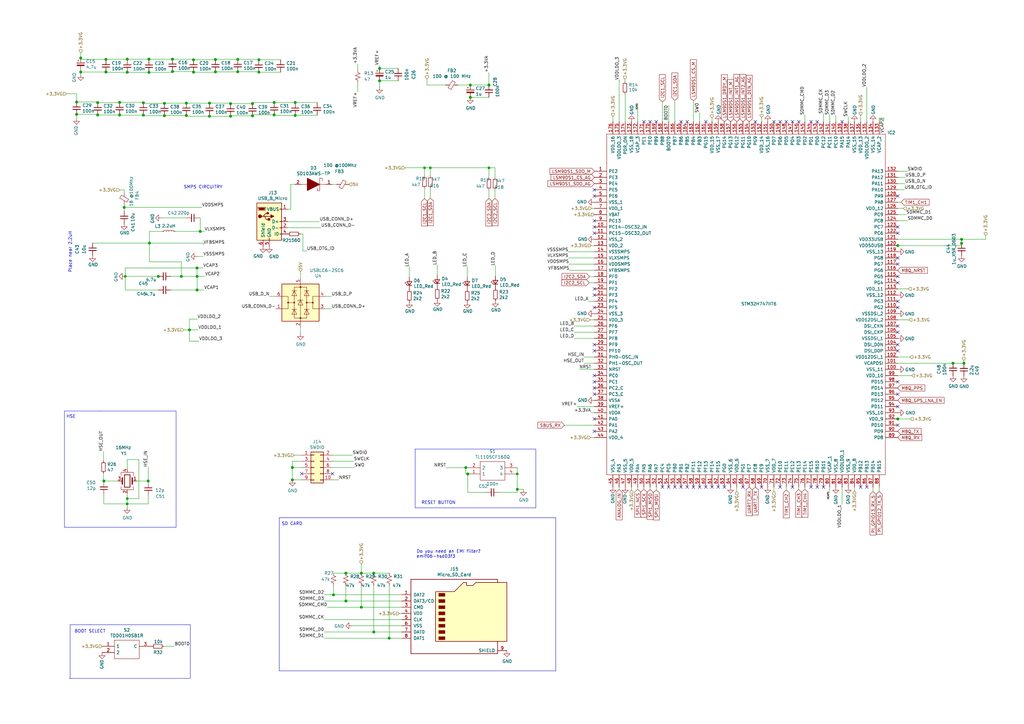
<source format=kicad_sch>
(kicad_sch (version 20210126) (generator eeschema)
  (paper "A3")
  (junction (at 31.4198 41.8338) (diameter 1.016))
  (junction (at 31.4198 46.9138) (diameter 1.016))
  (junction (at 33.0962 23.7998) (diameter 1.016))
  (junction (at 33.0962 29.5402) (diameter 1.016))
  (junction (at 40.0558 42.0878) (diameter 1.016))
  (junction (at 40.0558 47.1678) (diameter 1.016))
  (junction (at 42.5958 197.2818) (diameter 1.016))
  (junction (at 43.4594 24.3586) (diameter 1.016))
  (junction (at 43.4594 29.5402) (diameter 1.016))
  (junction (at 49.0474 41.9862) (diameter 1.016))
  (junction (at 49.0474 47.1678) (diameter 1.016))
  (junction (at 50.927 85.0646) (diameter 1.016))
  (junction (at 51.3842 113.3602) (diameter 0.9144))
  (junction (at 52.1462 206.6798) (diameter 0.9144))
  (junction (at 52.197 24.257) (diameter 1.016))
  (junction (at 52.197 29.6418) (diameter 1.016))
  (junction (at 52.197 204.4954) (diameter 0.9144))
  (junction (at 58.801 42.1386) (diameter 1.016))
  (junction (at 58.801 47.2186) (diameter 1.016))
  (junction (at 60.7822 197.2818) (diameter 1.016))
  (junction (at 61.087 24.257) (diameter 1.016))
  (junction (at 61.087 29.6926) (diameter 1.016))
  (junction (at 61.2902 99.695) (diameter 1.016))
  (junction (at 64.9478 113.3602) (diameter 1.016))
  (junction (at 67.437 42.3926) (diameter 1.016))
  (junction (at 67.437 47.4726) (diameter 1.016))
  (junction (at 70.739 24.257) (diameter 1.016))
  (junction (at 70.739 29.337) (diameter 1.016))
  (junction (at 74.3966 113.3602) (diameter 1.016))
  (junction (at 76.4286 42.291) (diameter 1.016))
  (junction (at 76.4286 47.371) (diameter 1.016))
  (junction (at 77.6986 135.3058) (diameter 1.016))
  (junction (at 79.375 24.511) (diameter 1.016))
  (junction (at 79.375 29.591) (diameter 1.016))
  (junction (at 80.7974 109.9058) (diameter 1.016))
  (junction (at 80.8482 113.3602) (diameter 1.016))
  (junction (at 80.8482 118.9482) (diameter 1.016))
  (junction (at 82.1182 94.9198) (diameter 1.016))
  (junction (at 85.9282 42.291) (diameter 1.016))
  (junction (at 85.9282 47.6758) (diameter 1.016))
  (junction (at 88.3666 24.4094) (diameter 1.016))
  (junction (at 88.3666 29.4894) (diameter 1.016))
  (junction (at 94.5642 42.4942) (diameter 1.016))
  (junction (at 94.5642 47.6758) (diameter 1.016))
  (junction (at 97.5106 24.3586) (diameter 1.016))
  (junction (at 97.5106 29.4386) (diameter 1.016))
  (junction (at 103.5558 42.4942) (diameter 1.016))
  (junction (at 103.5558 47.5234) (diameter 1.016))
  (junction (at 106.1466 29.591) (diameter 1.016))
  (junction (at 106.1974 24.511) (diameter 1.016))
  (junction (at 112.4458 42.037) (diameter 1.016))
  (junction (at 112.4458 47.117) (diameter 1.016))
  (junction (at 119.9134 191.7446) (diameter 1.016))
  (junction (at 119.9134 196.8246) (diameter 1.016))
  (junction (at 121.0818 42.037) (diameter 1.016))
  (junction (at 121.0818 47.371) (diameter 1.016))
  (junction (at 136.779 243.967) (diameter 1.016))
  (junction (at 141.859 235.077) (diameter 1.016))
  (junction (at 141.859 246.507) (diameter 1.016))
  (junction (at 148.209 235.077) (diameter 1.016))
  (junction (at 148.209 249.047) (diameter 1.016))
  (junction (at 153.289 235.077) (diameter 1.016))
  (junction (at 153.289 259.207) (diameter 1.016))
  (junction (at 155.6766 28.067) (diameter 1.016))
  (junction (at 155.6766 33.147) (diameter 1.016))
  (junction (at 159.639 261.747) (diameter 1.016))
  (junction (at 174.117 68.834) (diameter 0.9144))
  (junction (at 176.5046 68.834) (diameter 0.9144))
  (junction (at 191.0334 191.7954) (diameter 1.016))
  (junction (at 191.8462 194.3862) (diameter 1.016))
  (junction (at 192.913 34.8742) (diameter 1.016))
  (junction (at 192.913 39.9542) (diameter 1.016))
  (junction (at 200.533 34.8742) (diameter 1.016))
  (junction (at 200.533 68.834) (diameter 0.9144))
  (junction (at 212.1662 194.3862) (diameter 0.9144))
  (junction (at 212.1662 200.6854) (diameter 1.016))
  (junction (at 368.2238 100.711) (diameter 1.016))
  (junction (at 368.2238 171.831) (diameter 1.016))
  (junction (at 390.8806 148.971) (diameter 1.016))
  (junction (at 394.3858 98.171) (diameter 1.016))
  (junction (at 394.3858 99.7966) (diameter 1.016))
  (junction (at 395.351 148.971) (diameter 1.016))
  (no_connect (at 123.7234 194.2846))
  (no_connect (at 136.4234 194.2846))
  (no_connect (at 243.7638 77.851))
  (no_connect (at 243.7638 80.391))
  (no_connect (at 243.7638 90.551))
  (no_connect (at 243.7638 93.091))
  (no_connect (at 243.7638 95.631))
  (no_connect (at 243.7638 118.491))
  (no_connect (at 243.7638 121.031))
  (no_connect (at 243.7638 126.111))
  (no_connect (at 243.7638 141.351))
  (no_connect (at 243.7638 143.891))
  (no_connect (at 243.7638 154.051))
  (no_connect (at 243.7638 156.591))
  (no_connect (at 243.7638 159.131))
  (no_connect (at 243.7638 161.671))
  (no_connect (at 243.7638 171.831))
  (no_connect (at 243.7638 176.911))
  (no_connect (at 264.0838 49.911))
  (no_connect (at 266.6238 49.911))
  (no_connect (at 269.1638 49.911))
  (no_connect (at 271.7038 199.771))
  (no_connect (at 274.2438 199.771))
  (no_connect (at 276.7838 199.771))
  (no_connect (at 279.3238 49.911))
  (no_connect (at 279.3238 199.771))
  (no_connect (at 281.8638 49.911))
  (no_connect (at 281.8638 199.771))
  (no_connect (at 284.4038 199.771))
  (no_connect (at 286.9438 199.771))
  (no_connect (at 289.4838 49.911))
  (no_connect (at 289.4838 199.771))
  (no_connect (at 292.0238 199.771))
  (no_connect (at 294.5638 199.771))
  (no_connect (at 297.1038 199.771))
  (no_connect (at 304.7238 199.771))
  (no_connect (at 309.8038 49.911))
  (no_connect (at 312.3438 199.771))
  (no_connect (at 317.4238 49.911))
  (no_connect (at 319.9638 49.911))
  (no_connect (at 319.9638 199.771))
  (no_connect (at 322.5038 49.911))
  (no_connect (at 325.0438 49.911))
  (no_connect (at 325.0438 199.771))
  (no_connect (at 327.5838 49.911))
  (no_connect (at 332.6638 49.911))
  (no_connect (at 332.6638 199.771))
  (no_connect (at 335.2038 49.911))
  (no_connect (at 335.2038 199.771))
  (no_connect (at 337.7438 199.771))
  (no_connect (at 345.3638 49.911))
  (no_connect (at 352.9838 199.771))
  (no_connect (at 355.5238 199.771))
  (no_connect (at 368.2238 80.391))
  (no_connect (at 368.2238 93.091))
  (no_connect (at 368.2238 95.631))
  (no_connect (at 368.2238 105.791))
  (no_connect (at 368.2238 108.331))
  (no_connect (at 368.2238 113.411))
  (no_connect (at 368.2238 115.951))
  (no_connect (at 368.2238 123.571))
  (no_connect (at 368.2238 126.111))
  (no_connect (at 368.2238 133.731))
  (no_connect (at 368.2238 136.271))
  (no_connect (at 368.2238 141.351))
  (no_connect (at 368.2238 143.891))
  (no_connect (at 368.2238 156.591))
  (no_connect (at 368.2238 161.671))
  (no_connect (at 368.2238 166.751))
  (no_connect (at 368.2238 174.371))
  (wire (pts (xy 31.369 46.9138) (xy 31.4198 46.9138)))
  (wire (pts (xy 31.369 48.4886) (xy 31.369 46.9138)))
  (wire (pts (xy 31.4198 38.481) (xy 27.2034 38.481)))
  (wire (pts (xy 31.4198 41.8338) (xy 31.4198 38.481)))
  (wire (pts (xy 31.4198 41.8338) (xy 40.0558 41.8338)))
  (wire (pts (xy 31.4198 46.9138) (xy 40.0558 46.9138)))
  (wire (pts (xy 33.0962 21.6662) (xy 33.0962 23.7998)))
  (wire (pts (xy 33.0962 24.3586) (xy 33.0962 23.7998)))
  (wire (pts (xy 33.0962 28.8798) (xy 33.0962 29.5402)))
  (wire (pts (xy 33.0962 29.5402) (xy 33.0962 30.5054)))
  (wire (pts (xy 37.973 99.695) (xy 61.2902 99.695)))
  (wire (pts (xy 40.0558 41.8338) (xy 40.0558 42.0878)))
  (wire (pts (xy 40.0558 42.0878) (xy 49.0474 42.0878)))
  (wire (pts (xy 40.0558 46.9138) (xy 40.0558 47.1678)))
  (wire (pts (xy 40.0558 47.1678) (xy 49.0474 47.1678)))
  (wire (pts (xy 42.4434 189.0522) (xy 42.4434 185.1406)))
  (wire (pts (xy 42.4434 194.1322) (xy 42.4434 197.2818)))
  (wire (pts (xy 42.4434 197.2818) (xy 42.5958 197.2818)))
  (wire (pts (xy 42.5958 197.2818) (xy 48.387 197.2818)))
  (wire (pts (xy 42.5958 197.6882) (xy 42.5958 197.2818)))
  (wire (pts (xy 42.5958 202.7682) (xy 42.5958 206.6798)))
  (wire (pts (xy 42.5958 206.6798) (xy 52.1462 206.6798)))
  (wire (pts (xy 43.4594 24.257) (xy 52.197 24.257)))
  (wire (pts (xy 43.4594 24.3586) (xy 33.0962 24.3586)))
  (wire (pts (xy 43.4594 24.3586) (xy 43.4594 24.257)))
  (wire (pts (xy 43.4594 24.4602) (xy 43.4594 24.3586)))
  (wire (pts (xy 43.4594 29.5402) (xy 33.0962 29.5402)))
  (wire (pts (xy 43.4594 29.6418) (xy 43.4594 29.5402)))
  (wire (pts (xy 49.0474 41.9862) (xy 58.801 41.9862)))
  (wire (pts (xy 49.0474 42.0878) (xy 49.0474 41.9862)))
  (wire (pts (xy 49.0474 47.0662) (xy 49.0474 47.1678)))
  (wire (pts (xy 49.0474 47.1678) (xy 49.0474 47.2186)))
  (wire (pts (xy 49.0474 47.2186) (xy 58.801 47.2186)))
  (wire (pts (xy 49.0982 77.9018) (xy 50.927 77.9018)))
  (wire (pts (xy 50.927 77.9018) (xy 50.927 78.9686)))
  (wire (pts (xy 50.927 84.0486) (xy 50.927 85.0646)))
  (wire (pts (xy 50.927 85.0646) (xy 50.927 86.6394)))
  (wire (pts (xy 50.927 85.0646) (xy 82.7786 85.0646)))
  (wire (pts (xy 51.3842 109.9058) (xy 51.3842 113.3602)))
  (wire (pts (xy 51.3842 109.9058) (xy 80.7974 109.9058)))
  (wire (pts (xy 51.3842 113.3602) (xy 51.3842 118.9482)))
  (wire (pts (xy 52.1462 204.4954) (xy 52.197 204.4954)))
  (wire (pts (xy 52.1462 206.6798) (xy 52.1462 204.4954)))
  (wire (pts (xy 52.1462 206.6798) (xy 60.833 206.6798)))
  (wire (pts (xy 52.1462 208.0514) (xy 52.1462 206.6798)))
  (wire (pts (xy 52.197 24.257) (xy 61.087 24.257)))
  (wire (pts (xy 52.197 24.5618) (xy 52.197 24.257)))
  (wire (pts (xy 52.197 29.6418) (xy 43.4594 29.6418)))
  (wire (pts (xy 52.197 29.6418) (xy 61.087 29.6418)))
  (wire (pts (xy 52.197 188.4934) (xy 56.9722 188.4934)))
  (wire (pts (xy 52.197 192.2018) (xy 52.197 188.4934)))
  (wire (pts (xy 52.197 202.3618) (xy 52.197 204.4954)))
  (wire (pts (xy 56.007 197.2818) (xy 60.7822 197.2818)))
  (wire (pts (xy 56.9722 188.4934) (xy 56.9722 204.4954)))
  (wire (pts (xy 56.9722 204.4954) (xy 52.197 204.4954)))
  (wire (pts (xy 58.801 41.9862) (xy 58.801 42.1386)))
  (wire (pts (xy 58.801 42.1386) (xy 58.801 42.3926)))
  (wire (pts (xy 58.801 47.2186) (xy 58.801 47.4726)))
  (wire (pts (xy 60.7822 191.5414) (xy 60.7822 197.2818)))
  (wire (pts (xy 60.7822 197.2818) (xy 60.833 197.2818)))
  (wire (pts (xy 60.833 197.2818) (xy 60.833 198.0438)))
  (wire (pts (xy 60.833 203.1238) (xy 60.833 206.6798)))
  (wire (pts (xy 61.087 24.257) (xy 70.739 24.257)))
  (wire (pts (xy 61.087 24.6126) (xy 61.087 24.257)))
  (wire (pts (xy 61.087 29.6418) (xy 61.087 29.6926)))
  (wire (pts (xy 61.087 29.6926) (xy 70.739 29.6926)))
  (wire (pts (xy 61.2902 94.9198) (xy 61.2902 99.695)))
  (wire (pts (xy 61.2902 99.695) (xy 61.2902 107.4166)))
  (wire (pts (xy 61.2902 99.695) (xy 83.3882 99.695)))
  (wire (pts (xy 61.2902 107.4166) (xy 74.3966 107.4166)))
  (wire (pts (xy 64.9478 113.3602) (xy 51.3842 113.3602)))
  (wire (pts (xy 64.9478 118.9482) (xy 51.3842 118.9482)))
  (wire (pts (xy 64.9986 113.3602) (xy 64.9478 113.3602)))
  (wire (pts (xy 66.3194 89.3826) (xy 76.5302 89.3826)))
  (wire (pts (xy 66.675 94.9198) (xy 61.2902 94.9198)))
  (wire (pts (xy 67.2592 265.0998) (xy 71.5264 265.0998)))
  (wire (pts (xy 67.437 42.291) (xy 67.437 42.3926)))
  (wire (pts (xy 67.437 42.3926) (xy 58.801 42.3926)))
  (wire (pts (xy 67.437 47.371) (xy 67.437 47.4726)))
  (wire (pts (xy 67.437 47.4726) (xy 58.801 47.4726)))
  (wire (pts (xy 70.0278 113.3602) (xy 74.3966 113.3602)))
  (wire (pts (xy 70.0278 118.9482) (xy 80.8482 118.9482)))
  (wire (pts (xy 70.739 24.257) (xy 79.375 24.257)))
  (wire (pts (xy 70.739 29.2862) (xy 70.739 29.337)))
  (wire (pts (xy 70.739 29.337) (xy 70.739 29.6926)))
  (wire (pts (xy 70.739 29.337) (xy 79.375 29.337)))
  (wire (pts (xy 71.755 94.9198) (xy 82.1182 94.9198)))
  (wire (pts (xy 74.3966 107.4166) (xy 74.3966 113.3602)))
  (wire (pts (xy 74.3966 113.3602) (xy 80.8482 113.3602)))
  (wire (pts (xy 75.3872 135.3312) (xy 77.6224 135.3312)))
  (wire (pts (xy 76.4286 42.291) (xy 67.437 42.291)))
  (wire (pts (xy 76.4286 47.371) (xy 67.437 47.371)))
  (wire (pts (xy 76.4286 47.6758) (xy 76.4286 47.371)))
  (wire (pts (xy 77.6986 130.8862) (xy 77.6986 135.3058)))
  (wire (pts (xy 77.6986 139.9286) (xy 77.6986 135.3058)))
  (wire (pts (xy 79.375 24.257) (xy 79.375 24.511)))
  (wire (pts (xy 79.375 24.511) (xy 88.3666 24.511)))
  (wire (pts (xy 79.375 29.337) (xy 79.375 29.591)))
  (wire (pts (xy 79.375 29.591) (xy 88.3666 29.591)))
  (wire (pts (xy 80.7974 109.9058) (xy 80.7974 113.3094)))
  (wire (pts (xy 80.7974 109.9058) (xy 83.2866 109.9058)))
  (wire (pts (xy 80.7974 113.3094) (xy 80.899 113.3094)))
  (wire (pts (xy 80.8482 105.1814) (xy 83.3374 105.1814)))
  (wire (pts (xy 80.8482 113.3602) (xy 80.8482 118.9482)))
  (wire (pts (xy 80.8482 113.3602) (xy 84.0486 113.3602)))
  (wire (pts (xy 80.8482 118.9482) (xy 83.6422 118.9482)))
  (wire (pts (xy 80.9498 130.8862) (xy 77.6986 130.8862)))
  (wire (pts (xy 81.3054 135.3058) (xy 77.6986 135.3058)))
  (wire (pts (xy 81.6102 89.3826) (xy 82.1182 89.3826)))
  (wire (pts (xy 81.6102 139.9286) (xy 77.6986 139.9286)))
  (wire (pts (xy 82.1182 89.3826) (xy 82.1182 94.9198)))
  (wire (pts (xy 82.1182 94.9198) (xy 82.1182 94.9706)))
  (wire (pts (xy 83.3882 99.695) (xy 83.3882 100.4062)))
  (wire (pts (xy 83.8454 94.9706) (xy 82.1182 94.9706)))
  (wire (pts (xy 85.9282 42.291) (xy 76.4286 42.291)))
  (wire (pts (xy 85.9282 42.3418) (xy 85.9282 42.291)))
  (wire (pts (xy 85.9282 47.6758) (xy 76.4286 47.6758)))
  (wire (pts (xy 85.9282 47.6758) (xy 85.9282 47.4218)))
  (wire (pts (xy 88.3666 24.3586) (xy 97.5106 24.3586)))
  (wire (pts (xy 88.3666 24.4094) (xy 88.3666 24.3586)))
  (wire (pts (xy 88.3666 24.511) (xy 88.3666 24.4094)))
  (wire (pts (xy 88.3666 29.4894) (xy 97.5106 29.4894)))
  (wire (pts (xy 88.3666 29.591) (xy 88.3666 29.4894)))
  (wire (pts (xy 94.5642 42.291) (xy 85.9282 42.291)))
  (wire (pts (xy 94.5642 42.291) (xy 94.5642 42.4942)))
  (wire (pts (xy 94.5642 42.4942) (xy 94.5642 42.5958)))
  (wire (pts (xy 94.5642 47.5234) (xy 94.5642 47.6758)))
  (wire (pts (xy 94.5642 47.6758) (xy 85.9282 47.6758)))
  (wire (pts (xy 97.5106 24.3586) (xy 106.1974 24.3586)))
  (wire (pts (xy 97.5106 29.4386) (xy 106.1466 29.4386)))
  (wire (pts (xy 97.5106 29.4894) (xy 97.5106 29.4386)))
  (wire (pts (xy 103.5558 42.037) (xy 103.5558 42.4942)))
  (wire (pts (xy 103.5558 42.4942) (xy 94.5642 42.4942)))
  (wire (pts (xy 103.5558 47.117) (xy 103.5558 47.5234)))
  (wire (pts (xy 103.5558 47.5234) (xy 94.5642 47.5234)))
  (wire (pts (xy 103.5558 47.5234) (xy 103.5558 47.5742)))
  (wire (pts (xy 106.1466 24.511) (xy 106.1466 24.6126)))
  (wire (pts (xy 106.1466 24.511) (xy 106.1974 24.511)))
  (wire (pts (xy 106.1466 29.4386) (xy 106.1466 29.591)))
  (wire (pts (xy 106.1466 29.591) (xy 106.1466 29.6926)))
  (wire (pts (xy 106.1974 24.3586) (xy 106.1974 24.511)))
  (wire (pts (xy 106.1974 24.511) (xy 115.0874 24.511)))
  (wire (pts (xy 110.5408 121.5644) (xy 113.0808 121.5644)))
  (wire (pts (xy 112.4458 42.037) (xy 103.5558 42.037)))
  (wire (pts (xy 112.4458 47.117) (xy 103.5558 47.117)))
  (wire (pts (xy 112.4458 47.371) (xy 112.4458 47.117)))
  (wire (pts (xy 115.0874 29.591) (xy 106.1466 29.591)))
  (wire (pts (xy 118.0592 90.8812) (xy 131.0132 90.8812)))
  (wire (pts (xy 118.0592 93.4212) (xy 131.6736 93.4212)))
  (wire (pts (xy 119.2276 75.6412) (xy 119.2276 85.8012)))
  (wire (pts (xy 119.2276 85.8012) (xy 118.0592 85.8012)))
  (wire (pts (xy 119.9134 189.2046) (xy 119.9134 191.7446)))
  (wire (pts (xy 119.9134 191.7446) (xy 119.9134 196.8246)))
  (wire (pts (xy 120.6246 186.6646) (xy 120.6246 186.7662)))
  (wire (pts (xy 120.9548 75.6412) (xy 119.2276 75.6412)))
  (wire (pts (xy 121.0818 42.037) (xy 112.4458 42.037)))
  (wire (pts (xy 121.0818 42.291) (xy 121.0818 42.037)))
  (wire (pts (xy 121.0818 47.2694) (xy 121.0818 47.371)))
  (wire (pts (xy 121.0818 47.371) (xy 112.4458 47.371)))
  (wire (pts (xy 123.1392 95.9612) (xy 124.2568 95.9612)))
  (wire (pts (xy 123.2408 111.4044) (xy 123.2408 113.9444)))
  (wire (pts (xy 123.2408 134.2644) (xy 123.2408 136.8044)))
  (wire (pts (xy 123.7234 186.6646) (xy 120.6246 186.6646)))
  (wire (pts (xy 123.7234 189.2046) (xy 119.9134 189.2046)))
  (wire (pts (xy 123.7234 191.7446) (xy 119.9134 191.7446)))
  (wire (pts (xy 123.7234 196.8246) (xy 119.9134 196.8246)))
  (wire (pts (xy 124.2568 95.9612) (xy 124.2568 102.9208)))
  (wire (pts (xy 124.2568 102.9208) (xy 125.8316 102.9208)))
  (wire (pts (xy 130.0734 42.037) (xy 121.0818 42.037)))
  (wire (pts (xy 130.0734 42.1894) (xy 130.0734 42.037)))
  (wire (pts (xy 130.0734 47.2694) (xy 121.0818 47.2694)))
  (wire (pts (xy 132.969 243.967) (xy 136.779 243.967)))
  (wire (pts (xy 132.969 246.507) (xy 141.859 246.507)))
  (wire (pts (xy 132.969 254.127) (xy 164.719 254.127)))
  (wire (pts (xy 132.969 259.207) (xy 153.289 259.207)))
  (wire (pts (xy 132.969 261.747) (xy 159.639 261.747)))
  (wire (pts (xy 133.4008 121.5644) (xy 135.9408 121.5644)))
  (wire (pts (xy 133.4008 126.6444) (xy 135.9408 126.6444)))
  (wire (pts (xy 134.239 249.047) (xy 148.209 249.047)))
  (wire (pts (xy 136.1948 75.6412) (xy 138.0236 75.6412)))
  (wire (pts (xy 136.4234 186.6646) (xy 144.6022 186.6646)))
  (wire (pts (xy 136.4234 189.2046) (xy 145.1102 189.2046)))
  (wire (pts (xy 136.4234 191.7446) (xy 145.3642 191.7446)))
  (wire (pts (xy 136.4234 196.8246) (xy 138.9634 196.8246)))
  (wire (pts (xy 136.779 235.077) (xy 141.859 235.077)))
  (wire (pts (xy 136.779 240.157) (xy 136.779 243.967)))
  (wire (pts (xy 136.779 243.967) (xy 164.719 243.967)))
  (wire (pts (xy 138.9634 196.8246) (xy 138.9634 196.8754)))
  (wire (pts (xy 141.859 240.157) (xy 141.859 246.507)))
  (wire (pts (xy 141.859 246.507) (xy 164.719 246.507)))
  (wire (pts (xy 146.7358 26.2382) (xy 146.7358 28.7782)))
  (wire (pts (xy 146.7358 33.8582) (xy 146.7358 37.6682)))
  (wire (pts (xy 148.209 231.267) (xy 148.209 235.077)))
  (wire (pts (xy 148.209 235.077) (xy 141.859 235.077)))
  (wire (pts (xy 148.209 235.077) (xy 153.289 235.077)))
  (wire (pts (xy 148.209 240.157) (xy 148.209 249.047)))
  (wire (pts (xy 148.209 249.047) (xy 164.719 249.047)))
  (wire (pts (xy 153.289 240.157) (xy 153.289 259.207)))
  (wire (pts (xy 153.289 259.207) (xy 164.719 259.207)))
  (wire (pts (xy 155.6766 26.797) (xy 155.6766 28.067)))
  (wire (pts (xy 155.6766 33.147) (xy 155.6766 35.687)))
  (wire (pts (xy 159.639 235.077) (xy 153.289 235.077)))
  (wire (pts (xy 159.639 240.157) (xy 159.639 261.747)))
  (wire (pts (xy 159.639 261.747) (xy 164.719 261.747)))
  (wire (pts (xy 163.2966 28.067) (xy 155.6766 28.067)))
  (wire (pts (xy 163.2966 33.147) (xy 155.6766 33.147)))
  (wire (pts (xy 163.7538 251.587) (xy 163.7538 251.6378)))
  (wire (pts (xy 164.719 251.587) (xy 163.7538 251.587)))
  (wire (pts (xy 164.719 256.667) (xy 144.399 256.667)))
  (wire (pts (xy 166.1414 68.834) (xy 174.117 68.834)))
  (wire (pts (xy 167.894 109.474) (xy 167.9448 109.474)))
  (wire (pts (xy 167.894 113.6904) (xy 167.894 109.474)))
  (wire (pts (xy 174.117 68.834) (xy 176.5046 68.834)))
  (wire (pts (xy 174.117 72.1868) (xy 174.117 68.834)))
  (wire (pts (xy 174.117 77.2668) (xy 174.117 81.4832)))
  (wire (pts (xy 175.133 34.8742) (xy 175.133 32.3342)))
  (wire (pts (xy 176.5046 68.834) (xy 200.533 68.834)))
  (wire (pts (xy 176.5046 72.1868) (xy 176.5046 68.834)))
  (wire (pts (xy 176.5046 77.2668) (xy 176.5046 81.28)))
  (wire (pts (xy 179.324 108.712) (xy 179.3748 108.712)))
  (wire (pts (xy 179.324 112.9284) (xy 179.324 108.712)))
  (wire (pts (xy 182.753 34.8742) (xy 175.133 34.8742)))
  (wire (pts (xy 187.833 34.8742) (xy 192.913 34.8742)))
  (wire (pts (xy 191.0334 191.7954) (xy 182.9562 191.7954)))
  (wire (pts (xy 191.0334 191.7954) (xy 191.0334 194.3862)))
  (wire (pts (xy 191.0334 194.3862) (xy 191.8462 194.3862)))
  (wire (pts (xy 191.6176 109.474) (xy 191.6684 109.474)))
  (wire (pts (xy 191.6176 113.6904) (xy 191.6176 109.474)))
  (wire (pts (xy 191.8462 191.7954) (xy 191.0334 191.7954)))
  (wire (pts (xy 191.8462 191.7954) (xy 191.8462 191.8462)))
  (wire (pts (xy 191.8462 194.3862) (xy 191.8462 201.9554)))
  (wire (pts (xy 192.913 34.8742) (xy 200.533 34.8742)))
  (wire (pts (xy 199.4662 201.9554) (xy 191.8462 201.9554)))
  (wire (pts (xy 200.533 34.8742) (xy 200.533 29.7942)))
  (wire (pts (xy 200.533 39.9542) (xy 192.913 39.9542)))
  (wire (pts (xy 200.533 72.7964) (xy 200.533 68.834)))
  (wire (pts (xy 200.533 77.8764) (xy 200.533 81.4324)))
  (wire (pts (xy 203.0222 68.834) (xy 200.533 68.834)))
  (wire (pts (xy 203.0222 72.7964) (xy 203.0222 68.834)))
  (wire (pts (xy 203.0222 77.8764) (xy 203.0222 81.4324)))
  (wire (pts (xy 203.2 109.0168) (xy 203.2508 109.0168)))
  (wire (pts (xy 203.2 113.2332) (xy 203.2 109.0168)))
  (wire (pts (xy 204.5462 201.9554) (xy 212.1662 201.9554)))
  (wire (pts (xy 212.1662 191.8462) (xy 212.1662 194.3862)))
  (wire (pts (xy 212.1662 194.3862) (xy 212.1662 200.6854)))
  (wire (pts (xy 212.1662 201.9554) (xy 212.1662 200.6854)))
  (wire (pts (xy 214.7062 200.6854) (xy 212.1662 200.6854)))
  (wire (pts (xy 231.4702 174.371) (xy 243.7638 174.371)))
  (wire (pts (xy 233.1466 103.251) (xy 233.1466 103.4542)))
  (wire (pts (xy 233.1466 105.791) (xy 243.7638 105.791)))
  (wire (pts (xy 233.4006 108.331) (xy 233.4006 108.2802)))
  (wire (pts (xy 233.553 110.871) (xy 233.553 111.0234)))
  (wire (pts (xy 235.4834 133.731) (xy 243.7638 133.731)))
  (wire (pts (xy 235.4834 136.271) (xy 243.7638 136.271)))
  (wire (pts (xy 235.4834 138.811) (xy 243.7638 138.811)))
  (wire (pts (xy 236.7026 166.751) (xy 236.7026 166.7002)))
  (wire (pts (xy 237.5662 151.511) (xy 243.7638 151.511)))
  (wire (pts (xy 239.5474 148.971) (xy 243.7638 148.971)))
  (wire (pts (xy 239.5982 146.431) (xy 243.7638 146.431)))
  (wire (pts (xy 241.4016 123.571) (xy 243.7638 123.571)))
  (wire (pts (xy 241.6302 115.951) (xy 243.7638 115.951)))
  (wire (pts (xy 241.7318 113.411) (xy 243.7638 113.411)))
  (wire (pts (xy 241.935 131.191) (xy 243.7638 131.191)))
  (wire (pts (xy 242.2398 179.451) (xy 243.7638 179.451)))
  (wire (pts (xy 242.3922 169.291) (xy 243.7638 169.291)))
  (wire (pts (xy 242.443 100.711) (xy 243.7638 100.711)))
  (wire (pts (xy 242.6462 85.471) (xy 243.7638 85.471)))
  (wire (pts (xy 243.7638 103.251) (xy 233.1466 103.251)))
  (wire (pts (xy 243.7638 108.331) (xy 233.4006 108.331)))
  (wire (pts (xy 243.7638 110.871) (xy 233.553 110.871)))
  (wire (pts (xy 243.7638 166.751) (xy 236.7026 166.751)))
  (wire (pts (xy 251.3838 47.7266) (xy 251.3838 49.911)))
  (wire (pts (xy 253.9238 32.8422) (xy 254.127 32.8422)))
  (wire (pts (xy 253.9238 49.911) (xy 253.9238 32.8422)))
  (wire (pts (xy 253.9238 199.771) (xy 253.9238 200.787)))
  (wire (pts (xy 256.3114 32.4358) (xy 256.3114 33.4518)))
  (wire (pts (xy 256.4638 38.5318) (xy 256.3114 38.5318)))
  (wire (pts (xy 256.4638 49.911) (xy 256.4638 38.5318)))
  (wire (pts (xy 259.0038 199.771) (xy 259.0038 200.9902)))
  (wire (pts (xy 261.5438 42.4434) (xy 261.5438 49.911)))
  (wire (pts (xy 261.5438 199.771) (xy 261.5438 200.6854)))
  (wire (pts (xy 264.0838 199.771) (xy 264.0838 200.6854)))
  (wire (pts (xy 266.6238 199.771) (xy 266.6238 200.787)))
  (wire (pts (xy 269.1638 199.771) (xy 269.1638 200.9902)))
  (wire (pts (xy 269.1638 200.9902) (xy 269.2146 200.9902)))
  (wire (pts (xy 271.7038 41.783) (xy 271.7038 49.911)))
  (wire (pts (xy 274.2438 43.1038) (xy 274.2438 49.911)))
  (wire (pts (xy 276.7838 41.1734) (xy 276.7838 49.911)))
  (wire (pts (xy 284.4038 41.3258) (xy 284.4038 49.911)))
  (wire (pts (xy 286.9438 46.3042) (xy 286.893 46.3042)))
  (wire (pts (xy 286.9438 49.911) (xy 286.9438 46.3042)))
  (wire (pts (xy 292.0238 48.3362) (xy 292.0238 49.911)))
  (wire (pts (xy 302.1838 199.771) (xy 302.1838 201.4982)))
  (wire (pts (xy 312.3438 48.1838) (xy 312.3438 49.911)))
  (wire (pts (xy 317.4238 199.771) (xy 317.4238 201.549)))
  (wire (pts (xy 322.5038 199.771) (xy 322.5038 200.9902)))
  (wire (pts (xy 327.5838 199.771) (xy 327.5838 200.787)))
  (wire (pts (xy 330.1238 47.1678) (xy 330.073 47.1678)))
  (wire (pts (xy 330.1238 49.911) (xy 330.1238 47.1678)))
  (wire (pts (xy 330.1238 199.771) (xy 330.1238 200.7362)))
  (wire (pts (xy 337.7438 46.7106) (xy 337.693 46.7106)))
  (wire (pts (xy 337.7438 49.911) (xy 337.7438 46.7106)))
  (wire (pts (xy 340.2838 47.1678) (xy 340.233 47.1678)))
  (wire (pts (xy 340.2838 49.911) (xy 340.2838 47.1678)))
  (wire (pts (xy 340.2838 199.771) (xy 340.2838 201.4474)))
  (wire (pts (xy 342.7222 47.2694) (xy 342.8238 47.2694)))
  (wire (pts (xy 342.8238 49.911) (xy 342.8238 47.2694)))
  (wire (pts (xy 345.3638 199.771) (xy 345.3638 206.883)))
  (wire (pts (xy 347.9038 47.879) (xy 347.9038 49.911)))
  (wire (pts (xy 350.4438 199.771) (xy 350.4438 201.3458)))
  (wire (pts (xy 352.9838 47.3202) (xy 352.9838 49.911)))
  (wire (pts (xy 355.5238 35.687) (xy 355.5238 49.911)))
  (wire (pts (xy 358.0638 199.771) (xy 358.0638 201.6506)))
  (wire (pts (xy 360.6038 48.4378) (xy 360.6038 49.911)))
  (wire (pts (xy 360.6038 48.4378) (xy 362.839 48.4378)))
  (wire (pts (xy 360.6038 199.771) (xy 360.6038 201.5998)))
  (wire (pts (xy 368.1222 100.711) (xy 368.2238 100.711)))
  (wire (pts (xy 368.173 171.831) (xy 368.2238 171.831)))
  (wire (pts (xy 368.2238 70.231) (xy 372.1862 70.231)))
  (wire (pts (xy 368.2238 72.771) (xy 371.221 72.771)))
  (wire (pts (xy 368.2238 75.311) (xy 371.1702 75.311)))
  (wire (pts (xy 368.2238 77.851) (xy 370.9416 77.851)))
  (wire (pts (xy 368.2238 82.931) (xy 369.6462 82.931)))
  (wire (pts (xy 368.2238 85.471) (xy 370.5098 85.471)))
  (wire (pts (xy 368.2238 88.011) (xy 371.6782 88.011)))
  (wire (pts (xy 368.2238 90.551) (xy 372.1862 90.551)))
  (wire (pts (xy 368.2238 98.171) (xy 394.3858 98.171)))
  (wire (pts (xy 368.2238 100.711) (xy 394.3858 100.711)))
  (wire (pts (xy 368.2238 118.491) (xy 372.5418 118.491)))
  (wire (pts (xy 368.2238 131.191) (xy 372.7958 131.191)))
  (wire (pts (xy 368.2238 146.431) (xy 373.2022 146.431)))
  (wire (pts (xy 368.2238 148.971) (xy 390.8806 148.971)))
  (wire (pts (xy 368.2238 154.051) (xy 373.9134 154.051)))
  (wire (pts (xy 368.2238 171.831) (xy 373.4054 171.831)))
  (wire (pts (xy 371.6782 88.011) (xy 371.6782 88.0618)))
  (wire (pts (xy 372.1862 70.231) (xy 372.1862 70.2818)))
  (wire (pts (xy 390.8806 148.971) (xy 395.351 148.971)))
  (wire (pts (xy 394.3858 98.171) (xy 404.241 98.171)))
  (wire (pts (xy 394.3858 99.7966) (xy 394.3858 98.171)))
  (wire (pts (xy 394.3858 100.711) (xy 394.3858 99.7966)))
  (wire (pts (xy 395.351 147.8534) (xy 395.3002 147.8534)))
  (wire (pts (xy 395.351 148.971) (xy 395.351 147.8534)))
  (wire (pts (xy 395.351 149.0726) (xy 395.351 148.971)))
  (wire (pts (xy 404.241 98.171) (xy 404.241 96.647)))
  (polyline (pts (xy 26.4414 168.5798) (xy 41.1734 168.5798)) (stroke (width 0) (type solid)))
  (polyline (pts (xy 26.4414 216.281) (xy 26.4414 168.5798)) (stroke (width 0) (type solid)))
  (polyline (pts (xy 28.4226 278.257) (xy 77.7494 278.257)) (stroke (width 0) (type solid)))
  (polyline (pts (xy 28.7528 256.2098) (xy 28.7528 278.3586)) (stroke (width 0) (type solid)))
  (polyline (pts (xy 37.2364 256.2098) (xy 28.7528 256.2098)) (stroke (width 0) (type solid)))
  (polyline (pts (xy 41.1226 168.5798) (xy 72.2122 168.5798)) (stroke (width 0) (type solid)))
  (polyline (pts (xy 72.2122 168.5798) (xy 72.2122 216.281)) (stroke (width 0) (type solid)))
  (polyline (pts (xy 72.2122 216.281) (xy 26.4414 216.281)) (stroke (width 0) (type solid)))
  (polyline (pts (xy 78.0796 256.2098) (xy 36.7792 256.2098)) (stroke (width 0) (type solid)))
  (polyline (pts (xy 78.0796 278.3586) (xy 78.0796 256.2098)) (stroke (width 0) (type solid)))
  (polyline (pts (xy 114.5286 212.3186) (xy 227.965 212.3186)) (stroke (width 0) (type solid)))
  (polyline (pts (xy 114.5286 275.1582) (xy 114.5286 212.3186)) (stroke (width 0) (type solid)))
  (polyline (pts (xy 170.2562 184.1754) (xy 219.7862 184.1754)) (stroke (width 0) (type solid)))
  (polyline (pts (xy 170.2562 208.3054) (xy 170.2562 184.1754)) (stroke (width 0) (type solid)))
  (polyline (pts (xy 219.7862 184.1754) (xy 219.7862 208.3054)) (stroke (width 0) (type solid)))
  (polyline (pts (xy 219.7862 208.3054) (xy 170.2562 208.3054)) (stroke (width 0) (type solid)))
  (polyline (pts (xy 227.965 212.3186) (xy 227.965 275.1582)) (stroke (width 0) (type solid)))
  (polyline (pts (xy 227.965 275.1582) (xy 114.5286 275.1582)) (stroke (width 0) (type solid)))
  (text "HSE" (at 27.2034 171.6786 0) (effects (font (size 1.27 1.27)) (justify left bottom)))
  (text "Place near 2.2uH\n" (at 29.5402 111.9378 90) (effects (font (size 1.27 1.27)) (justify left bottom)))
  (text "BOOT SELECT\n" (at 30.48 259.7658 0) (effects (font (size 1.27 1.27)) (justify left bottom)))
  (text "SMPS CIRCUITRY" (at 75.311 77.597 0) (effects (font (size 1.27 1.27)) (justify left bottom)))
  (text "SD CARD" (at 115.4938 215.6714 0) (effects (font (size 1.27 1.27)) (justify left bottom)))
  (text "Do you need an EMI filter?\nemif06-hsd03f3" (at 170.815 229.0826 0) (effects (font (size 1.27 1.27)) (justify left bottom)))
  (text "RESET BUTTON\n" (at 172.7962 207.0354 0) (effects (font (size 1.27 1.27)) (justify left bottom)))
  (label "HSE_OUT" (at 42.4434 185.1406 90))
  (label "HSE_IN" (at 60.7822 191.5414 90))
  (label "BOOT0" (at 71.5264 265.0998 0))
  (label "VDDLDO_2" (at 80.9498 130.8862 0))
  (label "VDDLDO_1" (at 81.3054 135.3058 0))
  (label "VDDLDO_3" (at 81.6102 139.9286 0))
  (label "VDDSMPS" (at 82.7786 85.0646 0))
  (label "VCAP3" (at 83.2866 109.9058 0))
  (label "VSSSMPS" (at 83.3374 105.1814 0))
  (label "VFBSMPS" (at 83.3882 100.4062 0))
  (label "VCAP1" (at 83.6422 118.9482 0))
  (label "VLXSMPS" (at 83.8454 94.9706 0))
  (label "VCAP2" (at 84.0486 113.3602 0))
  (label "USB_D_N" (at 110.5408 121.5644 180))
  (label "USB_CONN_D-" (at 113.0808 126.6444 180))
  (label "USB_OTG_ID" (at 125.8316 102.9208 0))
  (label "USB_CONN_D+" (at 131.0132 90.8812 0))
  (label "USB_CONN_D-" (at 131.6736 93.4212 0))
  (label "SDMMC_D2" (at 132.969 243.967 180))
  (label "SDMMC_D3" (at 132.969 246.507 180))
  (label "SDMMC_CK" (at 132.969 254.127 180))
  (label "SDMMC_D0" (at 132.969 259.207 180))
  (label "SDMMC_D1" (at 132.969 261.747 180))
  (label "SDMMC_CMD" (at 134.239 249.047 180))
  (label "USB_D_P" (at 135.9408 121.5644 0))
  (label "USB_CONN_D+" (at 135.9408 126.6444 0))
  (label "NRST" (at 138.9634 196.8754 0))
  (label "SWDIO" (at 144.6022 186.6646 0))
  (label "SWCLK" (at 145.1102 189.2046 0))
  (label "SWO" (at 145.3642 191.7446 0))
  (label "+3.3VA" (at 146.7358 26.2382 90))
  (label "VREF+" (at 146.7358 37.6682 270))
  (label "VREF+" (at 155.6766 26.797 90))
  (label "LED_A" (at 167.9448 109.474 90))
  (label "LED_B" (at 179.3748 108.712 90))
  (label "NRST" (at 182.9562 191.7954 180))
  (label "LED_C" (at 191.6684 109.474 90))
  (label "+3.3VA" (at 200.533 29.7942 90))
  (label "LED_D" (at 203.2508 109.0168 90))
  (label "VSSSMPS" (at 233.1466 103.4542 180))
  (label "VLXSMPS" (at 233.1466 105.791 180))
  (label "VDDSMPS" (at 233.4006 108.2802 180))
  (label "VFBSMPS" (at 233.553 111.0234 180))
  (label "LED_B" (at 235.4834 133.731 180))
  (label "LED_C" (at 235.4834 136.271 180))
  (label "LED_D" (at 235.4834 138.811 180))
  (label "VREF+" (at 236.7026 166.7002 180))
  (label "NRST" (at 237.5662 151.511 0))
  (label "HSE_OUT" (at 239.5474 148.971 180))
  (label "HSE_IN" (at 239.5982 146.431 180))
  (label "LED_A" (at 241.4016 123.571 180))
  (label "+3.3VA" (at 242.3922 169.291 180))
  (label "VDDLDO_3" (at 254.127 32.8422 90))
  (label "VCAP3" (at 261.5438 42.4434 270) (effects (font (size 0.508 0.508))))
  (label "BOOT0" (at 274.2438 43.1038 270))
  (label "SWO" (at 286.893 46.3042 90))
  (label "SDMMC_CMD" (at 330.073 47.1678 90))
  (label "SDMMC_CK" (at 337.693 46.7106 90))
  (label "SDMMC_D3" (at 340.233 47.1678 90))
  (label "VCAP1" (at 340.2838 201.4474 270) (effects (font (size 0.7 0.7))))
  (label "SDMMC_D2" (at 342.7222 47.2694 90))
  (label "VDDLDO_1" (at 345.3638 206.883 270))
  (label "SWCLK" (at 347.9038 47.879 90))
  (label "VDDLDO_2" (at 355.5238 35.687 90))
  (label "VCAP2" (at 362.839 48.4378 270))
  (label "USB_OTG_ID" (at 370.9416 77.851 0))
  (label "USB_D_N" (at 371.1702 75.311 0))
  (label "USB_D_P" (at 371.221 72.771 0))
  (label "SDMMC_D1" (at 371.6782 88.0618 0))
  (label "SWDIO" (at 372.1862 70.2818 0))
  (label "SDMMC_D0" (at 372.1862 90.551 0))
  (global_label "I2C1_SCL" (shape input) (at 174.117 81.4832 270) (property "Intersheet References" "${INTERSHEET_REFS}" (effects hide)))
  (global_label "I2C1_SDA" (shape input) (at 176.5046 81.28 270) (property "Intersheet References" "${INTERSHEET_REFS}" (effects hide)))
  (global_label "I2C2_SDA" (shape input) (at 200.533 81.4324 270) (property "Intersheet References" "${INTERSHEET_REFS}" (effects hide)))
  (global_label "I2C2_SCL" (shape input) (at 203.0222 81.4324 270) (property "Intersheet References" "${INTERSHEET_REFS}" (effects hide)))
  (global_label "SBUS_RX" (shape input) (at 231.4702 174.371 180) (property "Intersheet References" "${INTERSHEET_REFS}" (effects hide)))
  (global_label "I2C2_SCL" (shape input) (at 241.6302 115.951 180) (property "Intersheet References" "${INTERSHEET_REFS}" (effects hide)))
  (global_label "I2C2_SDA" (shape input) (at 241.7318 113.411 180) (property "Intersheet References" "${INTERSHEET_REFS}" (effects hide)))
  (global_label "LSM9DS1_SDO_M" (shape input) (at 243.7638 70.231 180) (property "Intersheet References" "${INTERSHEET_REFS}" (effects hide)))
  (global_label "LSM9DS1_CS_AG" (shape input) (at 243.7638 72.771 180) (property "Intersheet References" "${INTERSHEET_REFS}" (effects hide)))
  (global_label "LSM9DS1_SDO_AG" (shape input) (at 243.7638 75.311 180) (property "Intersheet References" "${INTERSHEET_REFS}" (effects hide)))
  (global_label "ANALOG_IN" (shape input) (at 253.9238 200.787 270) (property "Intersheet References" "${INTERSHEET_REFS}" (effects hide)))
  (global_label "SPI1_NCS" (shape input) (at 261.5438 200.6854 270) (property "Intersheet References" "${INTERSHEET_REFS}" (effects hide)))
  (global_label "SPI1_SCK" (shape input) (at 264.0838 200.6854 270) (property "Intersheet References" "${INTERSHEET_REFS}" (effects hide)))
  (global_label "SPI1_MISO" (shape input) (at 266.6238 200.787 270) (property "Intersheet References" "${INTERSHEET_REFS}" (effects hide)))
  (global_label "SPI1_MOSI" (shape input) (at 269.2146 200.9902 270) (property "Intersheet References" "${INTERSHEET_REFS}" (effects hide)))
  (global_label "I2C1_SCL" (shape input) (at 271.7038 41.783 90) (property "Intersheet References" "${INTERSHEET_REFS}" (effects hide)))
  (global_label "I2C1_SDA" (shape input) (at 276.7838 41.1734 90) (property "Intersheet References" "${INTERSHEET_REFS}" (effects hide)))
  (global_label "LSM9DS1_CS_M" (shape input) (at 284.4038 41.3258 90) (property "Intersheet References" "${INTERSHEET_REFS}" (effects hide)))
  (global_label "LSM9DS1_DRDY_M" (shape input) (at 297.1038 49.911 90) (property "Intersheet References" "${INTERSHEET_REFS}" (effects hide)))
  (global_label "LSM9DS1_INT_M" (shape input) (at 299.6438 49.911 90) (property "Intersheet References" "${INTERSHEET_REFS}" (effects hide)))
  (global_label "LSM9DS1_INT1_AG" (shape input) (at 302.1838 49.911 90) (property "Intersheet References" "${INTERSHEET_REFS}" (effects hide)))
  (global_label "LSM9DS1_INT2_AG" (shape input) (at 304.7238 49.911 90) (property "Intersheet References" "${INTERSHEET_REFS}" (effects hide)))
  (global_label "LSM9DS1_DEN_AG" (shape input) (at 307.2638 49.911 90) (property "Intersheet References" "${INTERSHEET_REFS}" (effects hide)))
  (global_label "UART7_RX" (shape input) (at 307.2638 199.771 270) (property "Intersheet References" "${INTERSHEET_REFS}" (effects hide)))
  (global_label "UART7_TX" (shape input) (at 309.8038 199.771 270) (property "Intersheet References" "${INTERSHEET_REFS}" (effects hide)))
  (global_label "TIM1_CH2" (shape input) (at 322.5038 200.9902 270) (property "Intersheet References" "${INTERSHEET_REFS}" (effects hide)))
  (global_label "TIM1_CH3" (shape input) (at 327.5838 200.787 270) (property "Intersheet References" "${INTERSHEET_REFS}" (effects hide)))
  (global_label "TIM1_CH4" (shape input) (at 330.1238 200.7362 270) (property "Intersheet References" "${INTERSHEET_REFS}" (effects hide)))
  (global_label "PI_GPIO13_RX_5" (shape input) (at 358.0638 201.6506 270) (property "Intersheet References" "${INTERSHEET_REFS}" (effects hide)))
  (global_label "PI_GPIO12_TX_5" (shape input) (at 360.6038 201.5998 270) (property "Intersheet References" "${INTERSHEET_REFS}" (effects hide)))
  (global_label "M8Q_NRST" (shape input) (at 368.2238 110.871 0) (property "Intersheet References" "${INTERSHEET_REFS}" (effects hide)))
  (global_label "M8Q_PPS" (shape input) (at 368.2238 159.131 0) (property "Intersheet References" "${INTERSHEET_REFS}" (effects hide)))
  (global_label "M8Q_GPS_LNA_EN" (shape input) (at 368.2238 164.211 0) (property "Intersheet References" "${INTERSHEET_REFS}" (effects hide)))
  (global_label "M8Q_TX" (shape input) (at 368.2238 176.911 0) (property "Intersheet References" "${INTERSHEET_REFS}" (effects hide)))
  (global_label "M8Q_RX" (shape input) (at 368.2238 179.451 0) (property "Intersheet References" "${INTERSHEET_REFS}" (effects hide)))
  (global_label "TIM1_CH1" (shape input) (at 369.6462 82.931 0) (property "Intersheet References" "${INTERSHEET_REFS}" (effects hide)))
  (hierarchical_label "+3.3VG" (shape input) (at 27.2034 38.481 180))
  (hierarchical_label "+3.3VG" (shape input) (at 33.0962 21.6662 90))
  (hierarchical_label "+3.3VG" (shape input) (at 41.8592 265.0998 180))
  (hierarchical_label "+3.3VG" (shape input) (at 49.0982 77.9018 180))
  (hierarchical_label "+3.3VG" (shape input) (at 75.3872 135.3312 180))
  (hierarchical_label "+3.3VG" (shape input) (at 120.6246 186.7662 180))
  (hierarchical_label "5V" (shape input) (at 123.2408 111.4044 90))
  (hierarchical_label "5V" (shape input) (at 143.1036 75.6412 0))
  (hierarchical_label "+3.3VG" (shape input) (at 148.209 231.267 90))
  (hierarchical_label "+3.3VG" (shape input) (at 163.7538 251.6378 180))
  (hierarchical_label "+3.3VG" (shape input) (at 166.1414 68.834 180))
  (hierarchical_label "+3.3VG" (shape input) (at 175.133 32.3342 90))
  (hierarchical_label "+3.3VG" (shape input) (at 241.935 131.191 180))
  (hierarchical_label "+3.3VG" (shape input) (at 242.2398 179.451 180))
  (hierarchical_label "+3.3VG" (shape input) (at 242.443 100.711 180))
  (hierarchical_label "+3.3VG" (shape input) (at 242.6462 85.471 180))
  (hierarchical_label "+3.3VG" (shape input) (at 243.7638 88.011 180))
  (hierarchical_label "+3.3VG" (shape input) (at 251.3838 47.7266 90))
  (hierarchical_label "+3.3VG" (shape input) (at 256.3114 32.4358 90))
  (hierarchical_label "+3.3VG" (shape input) (at 259.0038 200.9902 270))
  (hierarchical_label "+3.3VG" (shape input) (at 292.0238 48.3362 90))
  (hierarchical_label "+3.3VG" (shape input) (at 302.1838 201.4982 270))
  (hierarchical_label "+3.3VG" (shape input) (at 312.3438 48.1838 90))
  (hierarchical_label "+3.3VG" (shape input) (at 317.4238 201.549 270))
  (hierarchical_label "+3.3VG" (shape input) (at 350.4438 201.3458 270))
  (hierarchical_label "+3.3VG" (shape input) (at 352.9838 47.3202 90))
  (hierarchical_label "+3.3VG" (shape input) (at 370.5098 85.471 0))
  (hierarchical_label "+3.3VG" (shape input) (at 372.5418 118.491 0))
  (hierarchical_label "+3.3VG" (shape input) (at 372.7958 131.191 0))
  (hierarchical_label "+3.3VG" (shape input) (at 373.2022 146.431 0))
  (hierarchical_label "+3.3VG" (shape input) (at 373.4054 171.831 0))
  (hierarchical_label "+3.3VG" (shape input) (at 373.9134 154.051 0))
  (hierarchical_label "+3.3VG" (shape input) (at 395.3002 147.8534 90))
  (hierarchical_label "+3.3VG" (shape input) (at 404.241 96.647 90))
  (symbol (lib_id "Device:L_Small") (at 69.215 94.9198 90) (unit 1)
    (property "Reference" "L3" (at 64.6938 92.767 90))
    (property "Value" "2.2uH" (at 69.2148 92.627 90))
    (property "Footprint" "Inductor_SMD:L_0805_2012Metric" (effects hide))
    (property "Seeed SKU" "303010090" (effects hide))
    (property "Digi-Key_PN" "399-17725-2-ND" (effects hide))
    (property "Digikey Link" "https://www.digikey.co.uk/en/products/detail/kemet/L0805B2R2MDWLT/8601311" (effects hide))
    (property "Manufacturer_Part_Number" "L0805B2R2MDWLT" (effects hide))
  )
  (symbol (lib_id "power:GND") (at 31.369 48.4886 0) (unit 1)
    (property "Reference" "#PWR050" (effects hide))
    (property "Value" "GND" (at 31.2293 53.575 90))
  )
  (symbol (lib_id "power:GND") (at 33.0962 30.5054 0) (unit 1)
    (property "Reference" "#PWR047" (effects hide))
    (property "Value" "GND" (at 30.4673 31.7818 90))
  )
  (symbol (lib_id "power:GND") (at 37.973 104.775 0) (unit 1)
    (property "Reference" "#PWR063" (effects hide))
    (property "Value" "GND" (at 38.1889 108.5406 0))
  )
  (symbol (lib_id "power:GND") (at 41.8592 267.6398 0) (unit 1)
    (property "Reference" "#PWR093" (effects hide))
    (property "Value" "GND" (at 41.7703 272.4722 90))
  )
  (symbol (lib_id "power:GND") (at 50.927 91.7194 0) (unit 1)
    (property "Reference" "#PWR058" (effects hide))
    (property "Value" "GND" (at 51.1429 95.485 0))
  )
  (symbol (lib_id "power:GND") (at 51.3842 113.3602 270) (unit 1)
    (property "Reference" "#PWR066" (effects hide))
    (property "Value" "GND" (at 47.6186 113.5761 0))
  )
  (symbol (lib_id "power:GND") (at 52.1462 208.0514 0) (unit 1)
    (property "Reference" "#PWR090" (effects hide))
    (property "Value" "GND" (at 52.2605 212.3758 0))
  )
  (symbol (lib_id "power:GND") (at 66.3194 89.3826 270) (unit 1)
    (property "Reference" "#PWR057" (effects hide))
    (property "Value" "GND" (at 62.5538 89.5985 0))
  )
  (symbol (lib_id "power:GND") (at 80.8482 105.1814 270) (unit 1)
    (property "Reference" "#PWR065" (effects hide))
    (property "Value" "GND" (at 77.0826 105.3973 0))
  )
  (symbol (lib_id "power:GND") (at 107.8992 101.0412 0) (unit 1)
    (property "Reference" "#PWR060" (effects hide))
    (property "Value" "GND" (at 105.8926 105.029 0))
  )
  (symbol (lib_id "power:GND") (at 110.4392 101.0412 0) (unit 1)
    (property "Reference" "#PWR061" (effects hide))
    (property "Value" "GND" (at 112.395 105.2322 0))
  )
  (symbol (lib_id "power:GND") (at 119.9134 196.8246 0) (unit 1)
    (property "Reference" "#PWR082" (effects hide))
    (property "Value" "GND" (at 120.0404 201.2188 0))
  )
  (symbol (lib_id "power:GND") (at 123.2408 136.8044 0) (unit 1)
    (property "Reference" "#PWR074" (effects hide))
    (property "Value" "GND" (at 123.3678 141.1986 0))
  )
  (symbol (lib_id "power:GND") (at 144.399 256.667 270) (unit 1)
    (property "Reference" "#PWR091" (effects hide))
    (property "Value" "GND" (at 141.1478 256.794 90) (effects (justify right)))
  )
  (symbol (lib_id "power:GND") (at 155.6766 35.687 0) (unit 1)
    (property "Reference" "#PWR048" (effects hide))
    (property "Value" "GND" (at 155.8036 40.0812 0))
  )
  (symbol (lib_id "power:GND") (at 167.894 123.8504 0) (unit 1)
    (property "Reference" "#PWR070" (effects hide))
    (property "Value" "GND" (at 168.1099 127.616 0))
  )
  (symbol (lib_id "power:GND") (at 179.324 123.0884 0) (unit 1)
    (property "Reference" "#PWR068" (effects hide))
    (property "Value" "GND" (at 179.5399 126.854 0))
  )
  (symbol (lib_id "power:GND") (at 191.6176 123.8504 0) (unit 1)
    (property "Reference" "#PWR071" (effects hide))
    (property "Value" "GND" (at 191.8335 127.616 0))
  )
  (symbol (lib_id "power:GND") (at 192.913 39.9542 0) (unit 1)
    (property "Reference" "#PWR049" (effects hide))
    (property "Value" "GND" (at 193.04 44.3484 0))
  )
  (symbol (lib_id "power:GND") (at 203.2 123.3932 0) (unit 1)
    (property "Reference" "#PWR069" (effects hide))
    (property "Value" "GND" (at 203.4159 127.1588 0))
  )
  (symbol (lib_id "power:GND") (at 207.899 266.827 0) (unit 1)
    (property "Reference" "#PWR092" (effects hide))
    (property "Value" "GND" (at 208.026 271.2212 0))
  )
  (symbol (lib_id "power:GND") (at 214.7062 200.6854 0) (unit 1)
    (property "Reference" "#PWR089" (effects hide))
    (property "Value" "GND" (at 214.8332 205.0796 0))
  )
  (symbol (lib_id "power:GND") (at 243.7638 82.931 270) (unit 1)
    (property "Reference" "#PWR056" (effects hide))
    (property "Value" "GND" (at 238.6774 82.7913 90))
  )
  (symbol (lib_id "power:GND") (at 243.7638 98.171 270) (unit 1)
    (property "Reference" "#PWR059" (effects hide))
    (property "Value" "GND" (at 238.9822 98.1329 90))
  )
  (symbol (lib_id "power:GND") (at 243.7638 128.651 270) (unit 1)
    (property "Reference" "#PWR072" (effects hide))
    (property "Value" "GND" (at 238.7282 128.5621 90))
  )
  (symbol (lib_id "power:GND") (at 243.7638 164.211 270) (unit 1)
    (property "Reference" "#PWR080" (effects hide))
    (property "Value" "GND" (at 238.9822 164.1221 90))
  )
  (symbol (lib_id "power:GND") (at 251.3838 199.771 0) (unit 1)
    (property "Reference" "#PWR083" (effects hide))
    (property "Value" "GND" (at 251.3457 204.5018 90))
  )
  (symbol (lib_id "power:GND") (at 256.4638 199.771 0) (unit 1)
    (property "Reference" "#PWR084" (effects hide))
    (property "Value" "GND" (at 256.2733 204.705 90))
  )
  (symbol (lib_id "power:GND") (at 259.0038 49.911 180) (unit 1)
    (property "Reference" "#PWR051" (effects hide))
    (property "Value" "GND" (at 259.0927 45.0786 90))
  )
  (symbol (lib_id "power:GND") (at 294.5638 49.911 180) (unit 1)
    (property "Reference" "#PWR052" (effects hide))
    (property "Value" "GND" (at 294.8051 44.9262 90))
  )
  (symbol (lib_id "power:GND") (at 299.6438 199.771 0) (unit 1)
    (property "Reference" "#PWR085" (effects hide))
    (property "Value" "GND" (at 299.5549 204.8066 90))
  )
  (symbol (lib_id "power:GND") (at 314.8838 49.911 180) (unit 1)
    (property "Reference" "#PWR053" (effects hide))
    (property "Value" "GND" (at 315.1251 44.9262 90))
  )
  (symbol (lib_id "power:GND") (at 314.8838 199.771 0) (unit 1)
    (property "Reference" "#PWR086" (effects hide))
    (property "Value" "GND" (at 314.7949 204.8066 90))
  )
  (symbol (lib_id "power:GND") (at 342.8238 199.771 0) (unit 1)
    (property "Reference" "#PWR087" (effects hide))
    (property "Value" "GND" (at 342.8365 204.959 90))
  )
  (symbol (lib_id "power:GND") (at 347.9038 199.771 0) (unit 1)
    (property "Reference" "#PWR088" (effects hide))
    (property "Value" "GND" (at 347.8657 204.9082 90))
  )
  (symbol (lib_id "power:GND") (at 350.4438 49.911 180) (unit 1)
    (property "Reference" "#PWR054" (effects hide))
    (property "Value" "GND" (at 350.5835 45.1294 90))
  )
  (symbol (lib_id "power:GND") (at 358.0638 49.911 180) (unit 1)
    (property "Reference" "#PWR055" (effects hide))
    (property "Value" "GND" (at 358.2035 45.0278 90))
  )
  (symbol (lib_id "power:GND") (at 368.2238 103.251 90) (unit 1)
    (property "Reference" "#PWR062" (effects hide))
    (property "Value" "GND" (at 373.107 103.3399 90))
  )
  (symbol (lib_id "power:GND") (at 368.2238 121.031 90) (unit 1)
    (property "Reference" "#PWR067" (effects hide))
    (property "Value" "GND" (at 373.107 121.1199 90))
  )
  (symbol (lib_id "power:GND") (at 368.2238 128.651 90) (unit 1)
    (property "Reference" "#PWR073" (effects hide))
    (property "Value" "GND" (at 373.107 128.7399 90))
  )
  (symbol (lib_id "power:GND") (at 368.2238 138.811 90) (unit 1)
    (property "Reference" "#PWR075" (effects hide))
    (property "Value" "GND" (at 373.107 138.8999 90))
  )
  (symbol (lib_id "power:GND") (at 368.2238 151.511 90) (unit 1)
    (property "Reference" "#PWR077" (effects hide))
    (property "Value" "GND" (at 373.2594 151.5999 90))
  )
  (symbol (lib_id "power:GND") (at 368.2238 169.291 90) (unit 1)
    (property "Reference" "#PWR081" (effects hide))
    (property "Value" "GND" (at 373.4118 169.3291 90))
  )
  (symbol (lib_id "power:GND") (at 390.8806 154.051 0) (unit 1)
    (property "Reference" "#PWR078" (effects hide))
    (property "Value" "GND" (at 390.9949 158.3754 0))
  )
  (symbol (lib_id "power:GND") (at 394.3858 104.8766 0) (unit 1)
    (property "Reference" "#PWR064" (effects hide))
    (property "Value" "GND" (at 394.5001 109.201 0))
  )
  (symbol (lib_id "power:GND") (at 395.351 154.1526 0) (unit 1)
    (property "Reference" "#PWR079" (effects hide))
    (property "Value" "GND" (at 395.4653 158.477 0))
  )
  (symbol (lib_id "Device:R_Small") (at 42.4434 191.5922 0) (unit 1)
    (property "Reference" "R26" (at 43.9421 190.4428 0) (effects (justify left)))
    (property "Value" "47" (at 43.9422 192.7414 0) (effects (justify left)))
    (property "Footprint" "Resistor_SMD:R_0402_1005Metric" (effects hide))
    (property "Seeed SKU" "301010878" (effects hide))
  )
  (symbol (lib_id "Device:R_Small") (at 64.7192 265.0998 90) (unit 1)
    (property "Reference" "R32" (at 64.8208 267.5698 90))
    (property "Value" "10k" (at 64.922 263.1624 90))
    (property "Footprint" "Resistor_SMD:R_0402_1005Metric" (effects hide))
    (property "Digi-Key_PN" "	RG10P10.0KDTR-ND" (effects hide))
    (property "LCSC Part #" " C25744" (effects hide))
    (property "Seeed SKU" "	301010004" (effects hide))
  )
  (symbol (lib_id "Device:R_Small") (at 120.5992 95.9612 90) (unit 1)
    (property "Reference" "R21" (at 119.7038 98.5773 90) (effects (justify left)))
    (property "Value" "560" (at 123.2724 98.5266 90) (effects (justify left)))
    (property "Footprint" "Resistor_SMD:R_0402_1005Metric" (effects hide))
    (property "Manufacturer_Part_Number" "RC0603JR-07560RL" (effects hide))
    (property "Digi-Key_PN" "311-560GRTR-ND" (effects hide))
    (property "Digikey Link" "https://www.digikey.co.uk/en/products/detail/yageo/RC0603JR-07560RL/726805?s=N4IgTCBcDaIEoGEAMA2JBmAUnAtEg7AKxpwAyIAugL5A" (effects hide))
  )
  (symbol (lib_id "Device:R_Small") (at 167.894 121.3104 0) (unit 1)
    (property "Reference" "R24" (at 169.3927 120.161 0) (effects (justify left)))
    (property "Value" "2k2" (at 169.3926 122.4596 0) (effects (justify left)))
    (property "Footprint" "Resistor_SMD:R_0603_1608Metric" (effects hide))
    (property "Seeed SKU" "301010039" (effects hide))
  )
  (symbol (lib_id "Device:R_Small") (at 174.117 74.7268 0) (unit 1)
    (property "Reference" "R15" (at 170.4849 73.2726 0) (effects (justify left)))
    (property "Value" "4k7" (at 168.758 75.7744 0) (effects (justify left)))
    (property "Footprint" "Resistor_SMD:R_0402_1005Metric" (effects hide))
    (property "Seeed SKU" "301010010" (effects hide))
  )
  (symbol (lib_id "Device:R_Small") (at 176.5046 74.7268 180) (unit 1)
    (property "Reference" "R16" (at 180.1367 76.181 0) (effects (justify left)))
    (property "Value" "4k7" (at 180.5432 73.5272 0) (effects (justify left)))
    (property "Footprint" "Resistor_SMD:R_0402_1005Metric" (effects hide))
    (property "Seeed SKU" "301010010" (effects hide))
  )
  (symbol (lib_id "Device:R_Small") (at 179.324 120.5484 0) (unit 1)
    (property "Reference" "R22" (at 180.8227 119.399 0) (effects (justify left)))
    (property "Value" "2k2" (at 180.8226 121.6976 0) (effects (justify left)))
    (property "Footprint" "Resistor_SMD:R_0603_1608Metric" (effects hide))
    (property "Seeed SKU" "301010039" (effects hide))
  )
  (symbol (lib_id "Device:R_Small") (at 191.6176 121.3104 0) (unit 1)
    (property "Reference" "R25" (at 193.1163 120.161 0) (effects (justify left)))
    (property "Value" "2k2" (at 193.1162 122.4596 0) (effects (justify left)))
    (property "Footprint" "Resistor_SMD:R_0603_1608Metric" (effects hide))
    (property "Seeed SKU" "301010039" (effects hide))
  )
  (symbol (lib_id "Device:R_Small") (at 200.533 75.3364 0) (unit 1)
    (property "Reference" "R17" (at 196.9009 73.8822 0) (effects (justify left)))
    (property "Value" "4k7" (at 195.174 76.384 0) (effects (justify left)))
    (property "Footprint" "Resistor_SMD:R_0402_1005Metric" (effects hide))
    (property "Seeed SKU" "301010010" (effects hide))
  )
  (symbol (lib_id "Device:R_Small") (at 203.0222 75.3364 180) (unit 1)
    (property "Reference" "R18" (at 206.6543 76.7906 0) (effects (justify left)))
    (property "Value" "4k7" (at 207.0608 74.1368 0) (effects (justify left)))
    (property "Footprint" "Resistor_SMD:R_0402_1005Metric" (effects hide))
    (property "Seeed SKU" "301010010" (effects hide))
  )
  (symbol (lib_id "Device:R_Small") (at 203.2 120.8532 0) (unit 1)
    (property "Reference" "R23" (at 204.6987 119.7038 0) (effects (justify left)))
    (property "Value" "2k2" (at 204.6986 122.0024 0) (effects (justify left)))
    (property "Footprint" "Resistor_SMD:R_0603_1608Metric" (effects hide))
    (property "Seeed SKU" "301010039" (effects hide))
  )
  (symbol (lib_id "Device:R_Small") (at 256.3114 35.9918 0) (unit 1)
    (property "Reference" "R14" (at 257.8101 34.8424 0) (effects (justify left)))
    (property "Value" "10k" (at 257.861 36.7854 0) (effects (justify left)))
    (property "Footprint" "Resistor_SMD:R_0402_1005Metric" (effects hide))
    (property "Digi-Key_PN" "	RG10P10.0KDTR-ND" (effects hide))
    (property "LCSC Part #" " C25744" (effects hide))
    (property "Seeed SKU" "	301010004" (effects hide))
  )
  (symbol (lib_id "Device:R_Small_US") (at 136.779 237.617 180) (unit 1)
    (property "Reference" "R27" (at 132.969 235.077 0) (effects (justify right)))
    (property "Value" "47k" (at 131.699 237.617 0) (effects (justify right)))
    (property "Footprint" "Resistor_SMD:R_0402_1005Metric" (effects hide))
    (property "Digi-Key_PN" "P47KDCTR-ND" (effects hide))
    (property "LCSC Part #" " C25792" (effects hide))
    (property "Seeed SKU" "301010005" (effects hide))
  )
  (symbol (lib_id "Device:R_Small_US") (at 141.859 237.617 180) (unit 1)
    (property "Reference" "R28" (at 143.5862 236.4486 0) (effects (justify right)))
    (property "Value" "47k" (at 141.859 240.157 0) (effects (justify right)))
    (property "Footprint" "Resistor_SMD:R_0402_1005Metric" (effects hide))
    (property "Digi-Key_PN" "P47KDCTR-ND" (effects hide))
    (property "LCSC Part #" " C25792" (effects hide))
    (property "Seeed SKU" "301010005" (effects hide))
  )
  (symbol (lib_id "Device:R_Small_US") (at 146.7358 31.3182 180) (unit 1)
    (property "Reference" "R13" (at 149.2758 30.0482 0) (effects (justify right)))
    (property "Value" "47" (at 149.2756 32.5884 0) (effects (justify right)))
    (property "Footprint" "Resistor_SMD:R_0402_1005Metric" (effects hide))
    (property "Seeed SKU" "301010878" (effects hide))
  )
  (symbol (lib_id "Device:R_Small_US") (at 148.209 237.617 180) (unit 1)
    (property "Reference" "R29" (at 149.9362 236.4486 0) (effects (justify right)))
    (property "Value" "47k" (at 148.209 240.157 0) (effects (justify right)))
    (property "Footprint" "Resistor_SMD:R_0402_1005Metric" (effects hide))
    (property "Digi-Key_PN" "P47KDCTR-ND" (effects hide))
    (property "LCSC Part #" " C25792" (effects hide))
    (property "Seeed SKU" "301010005" (effects hide))
  )
  (symbol (lib_id "Device:R_Small_US") (at 153.289 237.617 180) (unit 1)
    (property "Reference" "R30" (at 155.0162 236.4486 0) (effects (justify right)))
    (property "Value" "47k" (at 154.559 240.157 0) (effects (justify right)))
    (property "Footprint" "Resistor_SMD:R_0402_1005Metric" (effects hide))
    (property "Digi-Key_PN" "P47KDCTR-ND" (effects hide))
    (property "LCSC Part #" " C25792" (effects hide))
    (property "Seeed SKU" "301010005" (effects hide))
  )
  (symbol (lib_id "Device:R_Small_US") (at 159.639 237.617 180) (unit 1)
    (property "Reference" "R31" (at 161.3662 236.4486 0) (effects (justify right)))
    (property "Value" "47k" (at 160.909 240.157 0) (effects (justify right)))
    (property "Footprint" "Resistor_SMD:R_0402_1005Metric" (effects hide))
    (property "Digi-Key_PN" "P47KDCTR-ND" (effects hide))
    (property "LCSC Part #" " C25792" (effects hide))
    (property "Seeed SKU" "301010005" (effects hide))
  )
  (symbol (lib_id "Device:LED_Small") (at 167.894 116.2304 90) (unit 1)
    (property "Reference" "D6" (at 169.6721 115.081 90) (effects (justify right)))
    (property "Value" "LED_Red" (at 169.6722 117.3798 90) (effects (justify right)))
    (property "Footprint" "LED_SMD:LED_0603_1608Metric" (effects hide))
    (property "Seeed SKU" "304090042" (effects hide))
  )
  (symbol (lib_id "Device:LED_Small") (at 179.324 115.4684 90) (unit 1)
    (property "Reference" "D4" (at 181.1021 114.319 90) (effects (justify right)))
    (property "Value" "LED_Red" (at 181.1022 116.6178 90) (effects (justify right)))
    (property "Footprint" "LED_SMD:LED_0603_1608Metric" (effects hide))
    (property "Seeed SKU" "304090042" (effects hide))
  )
  (symbol (lib_id "Device:LED_Small") (at 191.6176 116.2304 90) (unit 1)
    (property "Reference" "D7" (at 193.3957 115.081 90) (effects (justify right)))
    (property "Value" "LED_Red" (at 193.3958 117.3798 90) (effects (justify right)))
    (property "Footprint" "LED_SMD:LED_0603_1608Metric" (effects hide))
    (property "Seeed SKU" "304090042" (effects hide))
  )
  (symbol (lib_id "Device:LED_Small") (at 203.2 115.7732 90) (unit 1)
    (property "Reference" "D5" (at 204.9781 114.6238 90) (effects (justify right)))
    (property "Value" "LED_Red" (at 204.9782 116.9226 90) (effects (justify right)))
    (property "Footprint" "LED_SMD:LED_0603_1608Metric" (effects hide))
    (property "Seeed SKU" "304090042" (effects hide))
  )
  (symbol (lib_id "Device:C_Polarized_Small") (at 33.0962 26.3398 0) (unit 1)
    (property "Reference" "C15" (at 35.2553 25.1904 0) (effects (justify left)))
    (property "Value" "4.7u" (at 35.255 27.4886 0) (effects (justify left)))
    (property "Footprint" "Capacitor_Tantalum_SMD:CP_EIA-3216-18_Kemet-A" (effects hide))
    (property "Seeed SKU" "302020039" (effects hide))
  )
  (symbol (lib_id "Device:C_Polarized_Small") (at 155.6766 30.607 0) (unit 1)
    (property "Reference" "C25" (at 157.8357 29.4576 0) (effects (justify left)))
    (property "Value" "1u" (at 157.836 31.7564 0) (effects (justify left)))
    (property "Footprint" "Capacitor_Tantalum_SMD:CP_EIA-3216-18_Kemet-A" (effects hide))
    (property "Manufacturer_Part_Number" "TAJA105M016RNJ" (effects hide))
    (property "Digi-Key_PN" "2388-PCT1/6AK-ND" (effects hide))
    (property "Digikey Link" "https://www.digikey.co.uk/en/products/detail/nemco/PCT1-6AK/13236721" (effects hide))
  )
  (symbol (lib_id "Device:C_Polarized_Small") (at 192.913 37.4142 0) (unit 1)
    (property "Reference" "C27" (at 195.0721 36.2648 0) (effects (justify left)))
    (property "Value" "1u" (at 195.072 38.5636 0) (effects (justify left)))
    (property "Footprint" "Capacitor_Tantalum_SMD:CP_EIA-3216-18_Kemet-A" (effects hide))
    (property "Manufacturer_Part_Number" "TAJA105M016RNJ" (effects hide))
    (property "Digi-Key_PN" "2388-PCT1/6AK-ND" (effects hide))
    (property "Digikey Link" "https://www.digikey.co.uk/en/products/detail/nemco/PCT1-6AK/13236721" (effects hide))
  )
  (symbol (lib_id "Device:C_Small") (at 31.4198 44.3738 0) (unit 1)
    (property "Reference" "C29" (at 33.744 43.2244 0) (effects (justify left)))
    (property "Value" "100n" (at 33.744 45.5234 0) (effects (justify left)))
    (property "Footprint" "Capacitor_SMD:C_0402_1005Metric" (effects hide))
    (property "Digi-Key_PN" "587-1226-2-ND" (effects hide))
    (property "LCSC Part #" "C1525" (effects hide))
    (property "Seeed SKU" "302010024" (effects hide))
  )
  (symbol (lib_id "Device:C_Small") (at 37.973 102.235 0) (unit 1)
    (property "Reference" "C43" (at 31.623 102.235 90))
    (property "Value" "10u" (at 34.468 102.2352 90))
    (property "Footprint" "Capacitor_SMD:C_0603_1608Metric" (effects hide))
    (property "Seeed SKU" "302010103" (effects hide))
  )
  (symbol (lib_id "Device:C_Small") (at 40.0558 44.6278 0) (unit 1)
    (property "Reference" "C32" (at 42.38 43.4784 0) (effects (justify left)))
    (property "Value" "100n" (at 42.38 45.7774 0) (effects (justify left)))
    (property "Footprint" "Capacitor_SMD:C_0402_1005Metric" (effects hide))
    (property "Digi-Key_PN" "587-1226-2-ND" (effects hide))
    (property "LCSC Part #" "C1525" (effects hide))
    (property "Seeed SKU" "302010024" (effects hide))
  )
  (symbol (lib_id "Device:C_Small") (at 42.5958 200.2282 180) (unit 1)
    (property "Reference" "C50" (at 37.3315 197.9422 0))
    (property "Value" "12p" (at 37.4446 200.2792 0))
    (property "Footprint" "Capacitor_SMD:C_0402_1005Metric" (effects hide))
    (property "Seeed SKU" "302010049" (effects hide))
  )
  (symbol (lib_id "Device:C_Small") (at 43.4594 27.0002 0) (unit 1)
    (property "Reference" "C19" (at 45.7836 25.8508 0) (effects (justify left)))
    (property "Value" "100n" (at 45.7836 28.1498 0) (effects (justify left)))
    (property "Footprint" "Capacitor_SMD:C_0402_1005Metric" (effects hide))
    (property "Digi-Key_PN" "587-1226-2-ND" (effects hide))
    (property "LCSC Part #" "C1525" (effects hide))
    (property "Seeed SKU" "302010024" (effects hide))
  )
  (symbol (lib_id "Device:C_Small") (at 49.0474 44.5262 0) (unit 1)
    (property "Reference" "C30" (at 51.3716 43.3768 0) (effects (justify left)))
    (property "Value" "100n" (at 51.3716 45.6758 0) (effects (justify left)))
    (property "Footprint" "Capacitor_SMD:C_0402_1005Metric" (effects hide))
    (property "Digi-Key_PN" "587-1226-2-ND" (effects hide))
    (property "LCSC Part #" "C1525" (effects hide))
    (property "Seeed SKU" "302010024" (effects hide))
  )
  (symbol (lib_id "Device:C_Small") (at 50.927 89.1794 180) (unit 1)
    (property "Reference" "C41" (at 54.5338 93.1418 90))
    (property "Value" "10u" (at 54.432 89.1792 90))
    (property "Footprint" "Capacitor_SMD:C_0603_1608Metric" (effects hide))
    (property "Seeed SKU" "302010103" (effects hide))
  )
  (symbol (lib_id "Device:C_Small") (at 52.197 27.1018 0) (unit 1)
    (property "Reference" "C22" (at 54.5212 25.9524 0) (effects (justify left)))
    (property "Value" "100n" (at 54.5212 28.2514 0) (effects (justify left)))
    (property "Footprint" "Capacitor_SMD:C_0402_1005Metric" (effects hide))
    (property "Digi-Key_PN" "587-1226-2-ND" (effects hide))
    (property "LCSC Part #" "C1525" (effects hide))
    (property "Seeed SKU" "302010024" (effects hide))
  )
  (symbol (lib_id "Device:C_Small") (at 58.801 44.6786 0) (unit 1)
    (property "Reference" "C33" (at 61.1252 43.5292 0) (effects (justify left)))
    (property "Value" "100n" (at 61.1252 45.8282 0) (effects (justify left)))
    (property "Footprint" "Capacitor_SMD:C_0402_1005Metric" (effects hide))
    (property "Digi-Key_PN" "587-1226-2-ND" (effects hide))
    (property "LCSC Part #" "C1525" (effects hide))
    (property "Seeed SKU" "302010024" (effects hide))
  )
  (symbol (lib_id "Device:C_Small") (at 60.833 200.5838 0) (unit 1)
    (property "Reference" "C51" (at 65.7417 203.581 0))
    (property "Value" "12p" (at 65.578 201.0414 0))
    (property "Footprint" "Capacitor_SMD:C_0402_1005Metric" (effects hide))
    (property "Seeed SKU" "302010049" (effects hide))
  )
  (symbol (lib_id "Device:C_Small") (at 61.087 27.1526 0) (unit 1)
    (property "Reference" "C23" (at 63.4112 26.0032 0) (effects (justify left)))
    (property "Value" "100n" (at 63.4112 28.3022 0) (effects (justify left)))
    (property "Footprint" "Capacitor_SMD:C_0402_1005Metric" (effects hide))
    (property "Digi-Key_PN" "587-1226-2-ND" (effects hide))
    (property "LCSC Part #" "C1525" (effects hide))
    (property "Seeed SKU" "302010024" (effects hide))
  )
  (symbol (lib_id "Device:C_Small") (at 67.437 44.9326 0) (unit 1)
    (property "Reference" "C38" (at 69.7612 43.7832 0) (effects (justify left)))
    (property "Value" "100n" (at 69.7612 46.0822 0) (effects (justify left)))
    (property "Footprint" "Capacitor_SMD:C_0402_1005Metric" (effects hide))
    (property "Digi-Key_PN" "587-1226-2-ND" (effects hide))
    (property "LCSC Part #" "C1525" (effects hide))
    (property "Seeed SKU" "302010024" (effects hide))
  )
  (symbol (lib_id "Device:C_Small") (at 67.4878 113.3602 270) (unit 1)
    (property "Reference" "C45" (at 58.801 116.2877 90))
    (property "Value" "4.7u" (at 61.9508 114.7008 90))
    (property "Footprint" "Capacitor_SMD:C_0603_1608Metric" (effects hide))
    (property "Seeed SKU" "302010111" (effects hide))
  )
  (symbol (lib_id "Device:C_Small") (at 67.4878 118.9482 270) (unit 1)
    (property "Reference" "C46" (at 58.0898 120.5041 90))
    (property "Value" "4.7u" (at 61.5952 120.6444 90))
    (property "Footprint" "Capacitor_SMD:C_0603_1608Metric" (effects hide))
    (property "Seeed SKU" "302010111" (effects hide))
  )
  (symbol (lib_id "Device:C_Small") (at 70.739 26.797 0) (unit 1)
    (property "Reference" "C16" (at 73.0632 25.6476 0) (effects (justify left)))
    (property "Value" "100n" (at 73.0632 27.9466 0) (effects (justify left)))
    (property "Footprint" "Capacitor_SMD:C_0402_1005Metric" (effects hide))
    (property "Digi-Key_PN" "587-1226-2-ND" (effects hide))
    (property "LCSC Part #" "C1525" (effects hide))
    (property "Seeed SKU" "302010024" (effects hide))
  )
  (symbol (lib_id "Device:C_Small") (at 76.4286 44.831 0) (unit 1)
    (property "Reference" "C35" (at 78.7528 43.6816 0) (effects (justify left)))
    (property "Value" "100n" (at 78.7528 45.9806 0) (effects (justify left)))
    (property "Footprint" "Capacitor_SMD:C_0402_1005Metric" (effects hide))
    (property "Digi-Key_PN" "587-1226-2-ND" (effects hide))
    (property "LCSC Part #" "C1525" (effects hide))
    (property "Seeed SKU" "302010024" (effects hide))
  )
  (symbol (lib_id "Device:C_Small") (at 79.0702 89.3826 270) (unit 1)
    (property "Reference" "C42" (at 70.6882 87.3825 90))
    (property "Value" "220p" (at 75.3114 87.3198 90))
    (property "Footprint" "Capacitor_SMD:C_0402_1005Metric" (effects hide))
    (property "Seeed SKU" "302010013" (effects hide))
  )
  (symbol (lib_id "Device:C_Small") (at 79.375 27.051 0) (unit 1)
    (property "Reference" "C20" (at 81.6992 25.9016 0) (effects (justify left)))
    (property "Value" "100n" (at 81.6992 28.2006 0) (effects (justify left)))
    (property "Footprint" "Capacitor_SMD:C_0402_1005Metric" (effects hide))
    (property "Digi-Key_PN" "587-1226-2-ND" (effects hide))
    (property "LCSC Part #" "C1525" (effects hide))
    (property "Seeed SKU" "302010024" (effects hide))
  )
  (symbol (lib_id "Device:C_Small") (at 85.9282 44.8818 0) (unit 1)
    (property "Reference" "C37" (at 88.2524 43.7324 0) (effects (justify left)))
    (property "Value" "100n" (at 88.2524 46.0314 0) (effects (justify left)))
    (property "Footprint" "Capacitor_SMD:C_0402_1005Metric" (effects hide))
    (property "Digi-Key_PN" "587-1226-2-ND" (effects hide))
    (property "LCSC Part #" "C1525" (effects hide))
    (property "Seeed SKU" "302010024" (effects hide))
  )
  (symbol (lib_id "Device:C_Small") (at 88.3666 26.9494 0) (unit 1)
    (property "Reference" "C18" (at 90.6908 25.8 0) (effects (justify left)))
    (property "Value" "100n" (at 90.6908 28.099 0) (effects (justify left)))
    (property "Footprint" "Capacitor_SMD:C_0402_1005Metric" (effects hide))
    (property "Digi-Key_PN" "587-1226-2-ND" (effects hide))
    (property "LCSC Part #" "C1525" (effects hide))
    (property "Seeed SKU" "302010024" (effects hide))
  )
  (symbol (lib_id "Device:C_Small") (at 94.5642 45.1358 0) (unit 1)
    (property "Reference" "C40" (at 96.8884 43.9864 0) (effects (justify left)))
    (property "Value" "100n" (at 96.8884 46.2854 0) (effects (justify left)))
    (property "Footprint" "Capacitor_SMD:C_0402_1005Metric" (effects hide))
    (property "Digi-Key_PN" "587-1226-2-ND" (effects hide))
    (property "LCSC Part #" "C1525" (effects hide))
    (property "Seeed SKU" "302010024" (effects hide))
  )
  (symbol (lib_id "Device:C_Small") (at 97.5106 26.8986 0) (unit 1)
    (property "Reference" "C17" (at 99.8348 25.7492 0) (effects (justify left)))
    (property "Value" "100n" (at 99.8348 28.0482 0) (effects (justify left)))
    (property "Footprint" "Capacitor_SMD:C_0402_1005Metric" (effects hide))
    (property "Digi-Key_PN" "587-1226-2-ND" (effects hide))
    (property "LCSC Part #" "C1525" (effects hide))
    (property "Seeed SKU" "302010024" (effects hide))
  )
  (symbol (lib_id "Device:C_Small") (at 103.5558 45.0342 0) (unit 1)
    (property "Reference" "C39" (at 105.88 43.8848 0) (effects (justify left)))
    (property "Value" "100n" (at 105.88 46.1838 0) (effects (justify left)))
    (property "Footprint" "Capacitor_SMD:C_0402_1005Metric" (effects hide))
    (property "Digi-Key_PN" "587-1226-2-ND" (effects hide))
    (property "LCSC Part #" "C1525" (effects hide))
    (property "Seeed SKU" "302010024" (effects hide))
  )
  (symbol (lib_id "Device:C_Small") (at 106.1466 27.1526 0) (unit 1)
    (property "Reference" "C24" (at 108.4708 26.0032 0) (effects (justify left)))
    (property "Value" "100n" (at 108.4708 28.3022 0) (effects (justify left)))
    (property "Footprint" "Capacitor_SMD:C_0402_1005Metric" (effects hide))
    (property "Digi-Key_PN" "587-1226-2-ND" (effects hide))
    (property "LCSC Part #" "C1525" (effects hide))
    (property "Seeed SKU" "302010024" (effects hide))
  )
  (symbol (lib_id "Device:C_Small") (at 112.4458 44.577 0) (unit 1)
    (property "Reference" "C31" (at 114.77 43.4276 0) (effects (justify left)))
    (property "Value" "100n" (at 114.77 45.7266 0) (effects (justify left)))
    (property "Footprint" "Capacitor_SMD:C_0402_1005Metric" (effects hide))
    (property "Digi-Key_PN" "587-1226-2-ND" (effects hide))
    (property "LCSC Part #" "C1525" (effects hide))
    (property "Seeed SKU" "302010024" (effects hide))
  )
  (symbol (lib_id "Device:C_Small") (at 115.0874 27.051 0) (unit 1)
    (property "Reference" "C21" (at 117.4116 25.9016 0) (effects (justify left)))
    (property "Value" "100n" (at 117.4116 28.2006 0) (effects (justify left)))
    (property "Footprint" "Capacitor_SMD:C_0402_1005Metric" (effects hide))
    (property "Digi-Key_PN" "587-1226-2-ND" (effects hide))
    (property "LCSC Part #" "C1525" (effects hide))
    (property "Seeed SKU" "302010024" (effects hide))
  )
  (symbol (lib_id "Device:C_Small") (at 121.0818 44.831 0) (unit 1)
    (property "Reference" "C36" (at 123.406 43.6816 0) (effects (justify left)))
    (property "Value" "100n" (at 123.406 45.9806 0) (effects (justify left)))
    (property "Footprint" "Capacitor_SMD:C_0402_1005Metric" (effects hide))
    (property "Digi-Key_PN" "587-1226-2-ND" (effects hide))
    (property "LCSC Part #" "C1525" (effects hide))
    (property "Seeed SKU" "302010024" (effects hide))
  )
  (symbol (lib_id "Device:C_Small") (at 130.0734 44.7294 0) (unit 1)
    (property "Reference" "C34" (at 132.3976 43.58 0) (effects (justify left)))
    (property "Value" "100n" (at 132.3976 45.879 0) (effects (justify left)))
    (property "Footprint" "Capacitor_SMD:C_0402_1005Metric" (effects hide))
    (property "Digi-Key_PN" "587-1226-2-ND" (effects hide))
    (property "LCSC Part #" "C1525" (effects hide))
    (property "Seeed SKU" "302010024" (effects hide))
  )
  (symbol (lib_id "Device:C_Small") (at 163.2966 30.607 180) (unit 1)
    (property "Reference" "C26" (at 169.6466 30.607 90))
    (property "Value" "100n" (at 166.8018 30.607 90))
    (property "Footprint" "Capacitor_SMD:C_0402_1005Metric" (effects hide))
    (property "Digi-Key_PN" "587-1226-2-ND" (effects hide))
    (property "LCSC Part #" "C1525" (effects hide))
    (property "Seeed SKU" "302010024" (effects hide))
  )
  (symbol (lib_id "Device:C_Small") (at 200.533 37.4142 180) (unit 1)
    (property "Reference" "C28" (at 203.073 33.6042 90))
    (property "Value" "100n" (at 204.0382 37.4142 90))
    (property "Footprint" "Capacitor_SMD:C_0402_1005Metric" (effects hide))
    (property "Digi-Key_PN" "587-1226-2-ND" (effects hide))
    (property "LCSC Part #" "C1525" (effects hide))
    (property "Seeed SKU" "302010024" (effects hide))
  )
  (symbol (lib_id "Device:C_Small") (at 202.0062 201.9554 270) (unit 1)
    (property "Reference" "C52" (at 198.1962 199.4154 90))
    (property "Value" "100n" (at 202.0062 198.4502 90))
    (property "Footprint" "Capacitor_SMD:C_0402_1005Metric" (effects hide))
    (property "Digi-Key_PN" "587-1226-2-ND" (effects hide))
    (property "LCSC Part #" "C1525" (effects hide))
    (property "Seeed SKU" "302010024" (effects hide))
  )
  (symbol (lib_id "Device:C_Small") (at 390.8806 151.511 180) (unit 1)
    (property "Reference" "C48" (at 385.1083 151.511 90))
    (property "Value" "100n" (at 387.4066 151.5116 90))
    (property "Footprint" "Capacitor_SMD:C_0402_1005Metric" (effects hide))
    (property "Digi-Key_PN" "587-1226-2-ND" (effects hide))
    (property "LCSC Part #" "C1525" (effects hide))
    (property "Seeed SKU" "302010024" (effects hide))
  )
  (symbol (lib_id "Device:C_Small") (at 394.3858 102.3366 0) (unit 1)
    (property "Reference" "C44" (at 388.9821 101.981 90))
    (property "Value" "1u_X5R_0603" (at 391.205 102.1838 90))
    (property "Footprint" "Capacitor_SMD:C_0603_1608Metric" (effects hide))
    (property "Seeed SKU" "302010139" (effects hide))
  )
  (symbol (lib_id "Device:C_Small") (at 395.351 151.6126 180) (unit 1)
    (property "Reference" "C49" (at 400.7547 151.9682 90))
    (property "Value" "2.2u" (at 398.5318 151.7654 90))
    (property "Footprint" "Capacitor_SMD:C_0603_1608Metric" (effects hide))
    (property "Seeed SKU" "302010054" (effects hide))
  )
  (symbol (lib_id "Device:FerriteBead_Small") (at 50.927 81.5086 0) (unit 1)
    (property "Reference" "FB4" (at 56.2357 82.0356 90) (effects (justify left)))
    (property "Value" "18 @100Mhz" (at 53.848 84.7408 90) (effects (justify left)))
    (property "Footprint" "Inductor_SMD:L_0603_1608Metric" (effects hide))
    (property "Manufacturer_Part_Number" "FBMJ1608HM180NTR" (effects hide))
    (property "Digi-Key_PN" "587-3841-2-ND" (effects hide))
    (property "Digikey Link" "https://www.digikey.co.uk/en/products/detail/taiyo-yuden/FBMJ1608HM180NTW/4875439" (effects hide))
  )
  (symbol (lib_id "Device:FerriteBead_Small") (at 140.5636 75.6412 90) (unit 1)
    (property "Reference" "FB3" (at 141.0906 70.3325 90) (effects (justify left)))
    (property "Value" "100 @100Mhz" (at 146.3358 67.7928 90) (effects (justify left)))
    (property "Footprint" "Inductor_SMD:L_0603_1608Metric" (effects hide))
    (property "Manufacturer_Part_Number" "MPZ1608S101ATAH0" (effects hide))
    (property "Digi-Key_PN" "445-1564-2-ND" (effects hide))
    (property "Digikey Link" "https://www.digikey.co.uk/en/products/detail/tdk-corporation/MPZ1608S101ATAH0/571871?s=N4IgTCBcDaILIAUBaBGAbABgBwGUUZQEEAVQgCQxAF0BfIA" (effects hide))
  )
  (symbol (lib_id "Device:FerriteBead_Small") (at 185.293 34.8742 90) (unit 1)
    (property "Reference" "FB2" (at 185.293 28.9622 90))
    (property "Value" "100 @ 100 MHz" (at 185.2928 31.2612 90))
    (property "Footprint" "Inductor_SMD:L_0603_1608Metric" (effects hide))
    (property "Manufacturer_Part_Number" "MPZ1608S101ATAH0" (effects hide))
    (property "Digi-Key_PN" "445-1564-2-ND" (effects hide))
    (property "Digikey Link" "https://www.digikey.co.uk/en/products/detail/tdk-corporation/MPZ1608S101ATAH0/571871?s=N4IgTCBcDaILIAUBaBGAbABgBwGUUZQEEAVQgCQxAF0BfIA" (effects hide))
  )
  (symbol (lib_id "SamacSys_Parts:SD103AWS-TP") (at 138.7348 75.6412 180) (unit 1)
    (property "Reference" "D3" (at 128.5748 68.891 0))
    (property "Value" "SD103AWS-TP" (at 128.5748 71.1897 0))
    (property "Footprint" "SamacSys_Parts:SOD2512X115N" (effects hide))
    (property "Datasheet" "http://www.mccsemi.com/up_pdf/SD103AWS-SD103CWS(SOD-323).PDF" (effects hide))
    (property "Description" "MICRO COMMERCIAL COMPONENTS - SD103AWS-TP - SCHOTTKY RECTIFIERS, 40V, SOD-323" (effects hide))
    (property "Height" "1.15" (effects hide))
    (property "Manufacturer_Name" "Micro Commercial Components (MCC)" (effects hide))
    (property "Manufacturer_Part_Number" "SD103AWS-TP" (effects hide))
    (property "Mouser Part Number" "833-SD103AWS-TP" (effects hide))
    (property "Mouser Price/Stock" "https://www.mouser.co.uk/ProductDetail/Micro-Commercial-Components-MCC/SD103AWS-TP?qs=KFo7JewZbUEx70nB0efs0Q%3D%3D" (effects hide))
    (property "Arrow Part Number" "SD103AWS-TP" (effects hide))
    (property "Arrow Price/Stock" "https://www.arrow.com/en/products/sd103aws-tp/micro-commercial-components" (effects hide))
    (property "Digikey Link" "https://www.digikey.co.uk/product-detail/en/micro-commercial-co/SD103AWS-TP/SD103AWSTPMSTR-ND/717306" (effects hide))
  )
  (symbol (lib_id "Device:Crystal_GND24") (at 52.197 197.2818 180) (unit 1)
    (property "Reference" "Y1" (at 49.5744 185.9533 0) (effects (justify right)))
    (property "Value" "16MHz" (at 47.352 183.5662 0) (effects (justify right)))
    (property "Footprint" "Crystal:Crystal_SMD_3225-4Pin_3.2x2.5mm" (effects hide))
    (property "Manufacturer_Part_Number" "X322516MLB4SI" (effects hide))
  )
  (symbol (lib_id "SamacSys_Parts:TDD01H0SB1R") (at 41.8592 265.0998 0) (unit 1)
    (property "Reference" "S2" (at 52.0192 258.4004 0))
    (property "Value" "TDD01H0SB1R" (at 52.0192 260.6991 0))
    (property "Footprint" "SamacSys_Parts:SOT175P420X230-3N" (effects hide))
    (property "Datasheet" "https://componentsearchengine.com/Datasheets/1/TDD01H0SB1R.pdf" (effects hide))
    (property "Description" "DIP Switches / SIP Switches Jumper Switch 2 positions" (effects hide))
    (property "Height" "2.3" (effects hide))
    (property "Manufacturer_Name" "C & K COMPONENTS" (effects hide))
    (property "Manufacturer_Part_Number" "TDD01H0SB1R" (effects hide))
    (property "Mouser Part Number" "611-TDD01H0SB1R" (effects hide))
    (property "Mouser Price/Stock" "https://www.mouser.co.uk/ProductDetail/CK/TDD01H0SB1R/?qs=G1LhLIAbs1y3L%252BmugDe4uw%3D%3D" (effects hide))
    (property "Arrow Part Number" "TDD01H0SB1R" (effects hide))
    (property "Arrow Price/Stock" "https://www.arrow.com/en/products/tdd01h0sb1r/ck" (effects hide))
    (property "Digikey Link" "https://www.digikey.co.uk/en/products/detail/c-k/TDD01H0SB1R/4966368?s=N4IgTCBcDaICoBEEAYCMAJZBlAQqgSiALoC%2BQA" (effects hide))
  )
  (symbol (lib_name "SamacSys_Parts:TL1105CF160Q_1") (lib_id "SamacSys_Parts:TL1105CF160Q") (at 191.8462 191.8462 0) (unit 1)
    (property "Reference" "S1" (at 202.006 185.147 0))
    (property "Value" "TL1105CF160Q" (at 202.0062 187.4455 0))
    (property "Footprint" "SamacSys_Parts:TL1105CF160Q" (effects hide))
    (property "Datasheet" "https://componentsearchengine.com/Datasheets/1/TL1105CF160Q.pdf" (effects hide))
    (property "Description" "Tactile Switches 6X6X8MM 160GF" (effects hide))
    (property "Height" "8" (effects hide))
    (property "Manufacturer_Name" "E-Switch" (effects hide))
    (property "Manufacturer_Part_Number" "TL1105CF160Q" (effects hide))
    (property "Mouser Part Number" "612-TL1105C" (effects hide))
    (property "Mouser Price/Stock" "https://www.mouser.co.uk/ProductDetail/E-Switch/TL1105CF160Q?qs=YXf4ACKMM4yAAz%252BbnhourA%3D%3D" (effects hide))
    (property "Digikey Link" "https://www.digikey.co.uk/en/products/detail/e-switch/TL1105CF160Q/287641?s=N4IgTCBcDaICoBkCMSAMBWAwgMSQNlQEUQBdAXyA" (effects hide))
  )
  (symbol (lib_id "Connector_Generic:Conn_02x05_Odd_Even") (at 128.8034 191.7446 0) (unit 1)
    (property "Reference" "J14" (at 130.0734 181.1528 0))
    (property "Value" "SWDIO" (at 130.0734 183.4642 0))
    (property "Footprint" "Connector_PinHeader_1.27mm:PinHeader_2x05_P1.27mm_Vertical" (effects hide))
  )
  (symbol (lib_id "Connector:USB_B_Micro") (at 110.4392 90.8812 0) (unit 1)
    (property "Reference" "J13" (at 111.8362 79.051 0))
    (property "Value" "USB_B_Micro" (at 111.8362 81.3497 0))
    (property "Footprint" "Connector_USB:USB_Micro-B_Molex-105017-0001" (effects hide))
    (property "Digi-Key_PN" "WM1399TR-ND" (effects hide))
    (property "Digikey Link" "https://www.digikey.co.uk/en/products/detail/molex/1050170001/2350832?s=N4IgTCBcDaIIwAYCsC4HYGbiAugXyA" (effects hide))
    (property "Manufacturer_Part_Number" "1050170001" (effects hide))
  )
  (symbol (lib_id "Power_Protection:USBLC6-2SC6") (at 123.2408 124.1044 0) (unit 1)
    (property "Reference" "U4" (at 130.5052 113.1378 0))
    (property "Value" "USBLC6-2SC6" (at 134.0104 110.9153 0))
    (property "Footprint" "Package_TO_SOT_SMD:SOT-23-6" (effects hide))
    (property "Datasheet" "https://www.st.com/resource/en/datasheet/usblc6-2.pdf" (effects hide))
    (property "LCSC Part #" "C7519" (effects hide))
    (property "Digikey Link" "https://www.digikey.co.uk/en/products/detail/stmicroelectronics/USBLC6-2SC6/1040559" (effects hide))
    (property "Manufacturer_Part_Number" "USBLC6-2SC6	" (effects hide))
  )
  (symbol (lib_id "Connector:Micro_SD_Card") (at 187.579 251.587 0) (unit 1)
    (property "Reference" "J15" (at 186.309 233.3752 0))
    (property "Value" "Micro_SD_Card" (at 186.309 235.6866 0))
    (property "Footprint" "Connector_Card:microSD_HC_Hirose_DM3AT-SF-PEJM5" (effects hide))
    (property "Manufacturer_Part_Number" "DM3AT-SF-PEJM5	" (effects hide))
    (property "Digi-Key_PN" "HR1964TR-ND" (effects hide))
    (property "Digikey Link" "https://www.digikey.co.uk/en/products/detail/hirose-electric-co-ltd/DM3AT-SF-PEJM5/2533565" (effects hide))
  )
  (symbol (lib_id "SamacSys_Parts:STM32H747IIT6") (at 243.7638 70.231 0) (unit 1)
    (property "Reference" "IC2" (at 363.9567 54.4004 0) (effects (justify left)))
    (property "Value" "STM32H747IIT6" (at 303.9619 124.6187 0) (effects (justify left)))
    (property "Footprint" "SamacSys_Parts:QFP50P2600X2600X160-176N" (effects hide))
    (property "Datasheet" "https://www.arrow.com/en/products/stm32h747iit6/stmicroelectronics" (effects hide))
    (property "Description" "MCU 32-bit ARM Cortex M7/M4 RISC 2MB Flash 3.3V 176-Pin LQFP Tray" (effects hide))
    (property "Height" "1.6" (effects hide))
    (property "Manufacturer_Name" "STMicroelectronics" (effects hide))
    (property "Manufacturer_Part_Number" "STM32H747IIT6" (effects hide))
    (property "Arrow Part Number" "STM32H747IIT6" (effects hide))
    (property "Arrow Price/Stock" "https://www.arrow.com/en/products/stm32h747iit6/stmicroelectronics" (effects hide))
    (property "Mouser Part Number" "511-STM32H747IIT6" (effects hide))
    (property "Mouser Price/Stock" "https://www.mouser.co.uk/ProductDetail/STMicroelectronics/STM32H747IIT6?qs=vLWxofP3U2xlqCCuxmI1pQ%3D%3D" (effects hide))
    (property "Digikey Link" "https://www.digikey.co.uk/en/products/detail/stmicroelectronics/STM32H747IIT6/10326796?s=N4IgTCBcDaIMoBUCyBmMAJA7AFkwSTwQDYBaAOQBEQBdAXyA" (effects hide))
  )
)
</source>
